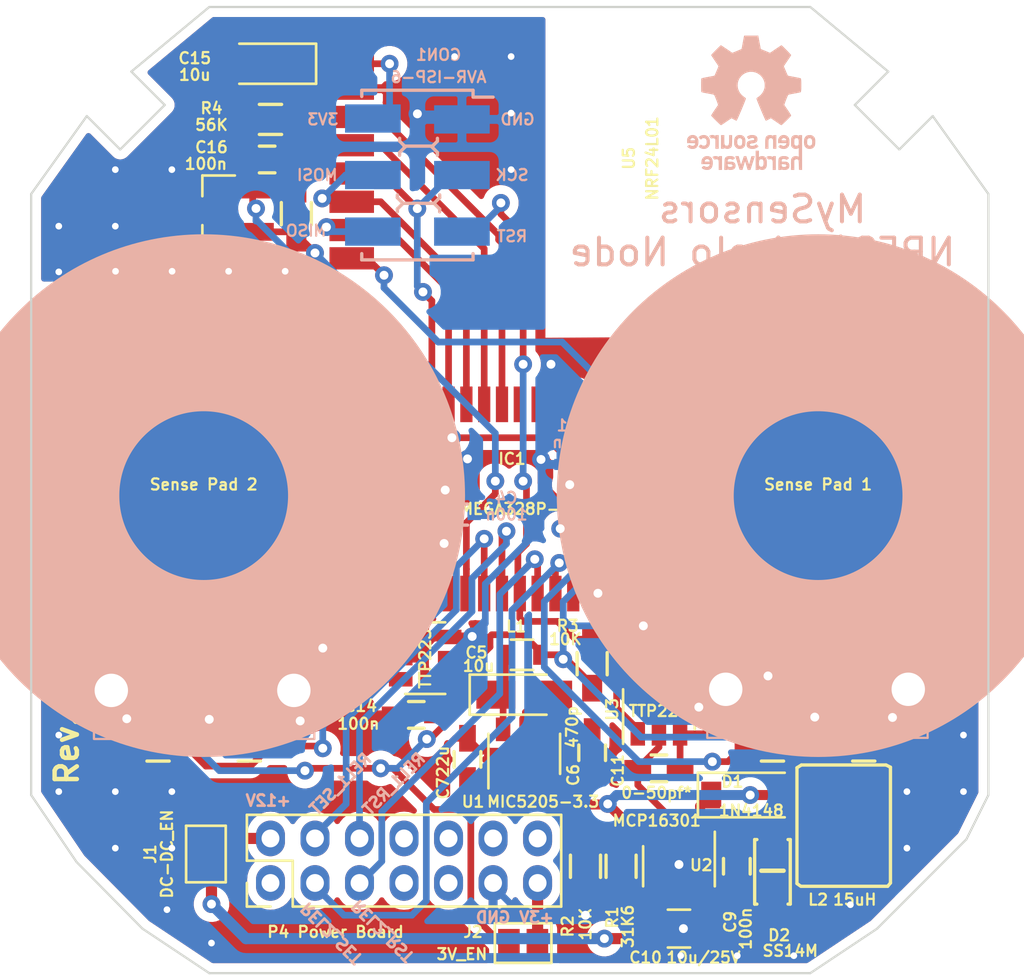
<source format=kicad_pcb>
(kicad_pcb (version 20170123) (host pcbnew no-vcs-found-3ac87f6~59~ubuntu16.04.1)
  (layers (0 F.Cu signal) (31 B.Cu signal) (34 B.Paste user) (35 F.Paste user) (36 B.SilkS user) (37 F.SilkS user) (38 B.Mask user) (39 F.Mask user) (44 Edge.Cuts user))
  (net 0 "")
  (net 1 +3V3)
  (net 2 GND)
  (net 3 "Net-(C4-Pad2)")
  (net 4 "Net-(C6-Pad1)")
  (net 5 "Net-(C7-Pad1)")
  (net 6 /RESET)
  (net 7 "Net-(C9-Pad2)")
  (net 8 "Net-(C9-Pad1)")
  (net 9 /12Vcc)
  (net 10 "Net-(C11-Pad1)")
  (net 11 "Net-(C12-Pad1)")
  (net 12 /MISO)
  (net 13 /SCK)
  (net 14 /MOSI)
  (net 15 "Net-(D3-Pad2)")
  (net 16 "Net-(D4-Pad1)")
  (net 17 "Net-(D5-Pad1)")
  (net 18 "Net-(D6-Pad2)")
  (net 19 /TS2)
  (net 20 /S2_LEDs)
  (net 21 /TS1)
  (net 22 /S1_LEDs)
  (net 23 "Net-(R1-Pad1)")
  (net 24 /Relay2_Reset)
  (net 25 /Relay1_Reset)
  (net 26 /Relay2_Set)
  (net 27 /Relay1_Set)
  (net 28 /ATSHA204A)
  (net 29 "Net-(C5-Pad1)")
  (net 30 /RADIO_IRQ)
  (net 31 "Net-(IC1-Pad25)")
  (net 32 "Net-(IC1-Pad22)")
  (net 33 "Net-(IC1-Pad19)")
  (net 34 /RADIO_CSN)
  (net 35 /RADIO_CE)
  (net 36 "Net-(IC1-Pad12)")
  (net 37 "Net-(IC1-Pad11)")
  (net 38 "Net-(IC1-Pad10)")
  (net 39 "Net-(IC1-Pad9)")
  (net 40 "Net-(IC1-Pad8)")
  (net 41 "Net-(IC1-Pad7)")
  (net 42 "Net-(P4-Pad14)")
  (net 43 "Net-(P4-Pad12)")
  (net 44 "Net-(P4-Pad10)")
  (net 45 "Net-(P4-Pad9)")
  (net 46 "Net-(P4-Pad8)")
  (net 47 "Net-(P4-Pad7)")
  (net 48 "Net-(P4-Pad1)")
  (net 49 "Net-(J1-Pad2)")
  (net 50 "Net-(J2-Pad1)")
  (module Pin_Headers:Pin_Header_Straight_2x07_Pitch2.00mm (layer F.Cu) (at 131.65 109.55 90)
    (fp_text reference P4 (at -2.2 0.35 180) (layer F.SilkS) (effects (font (size 0.5 0.5) (thickness 0.1))))
    (fp_text value "Power Board" (at -2.2 3.6 180) (layer F.SilkS) (effects (font (size 0.5 0.5) (thickness 0.1))))
    (pad 14 thru_hole oval (at 2 12 90) (size 1.6 1.3) (drill 0.8) (layers *.Cu *.Mask) (net 42 "Net-(P4-Pad14)"))
    (pad 13 thru_hole oval (at 0 12 90) (size 1.6 1.3) (drill 0.8) (layers *.Cu *.Mask) (net 50 "Net-(J2-Pad1)"))
    (pad 12 thru_hole oval (at 2 10 90) (size 1.6 1.3) (drill 0.8) (layers *.Cu *.Mask) (net 43 "Net-(P4-Pad12)"))
    (pad 11 thru_hole oval (at 0 10 90) (size 1.6 1.3) (drill 0.8) (layers *.Cu *.Mask) (net 2 GND))
    (pad 10 thru_hole oval (at 2 8 90) (size 1.6 1.3) (drill 0.8) (layers *.Cu *.Mask) (net 44 "Net-(P4-Pad10)"))
    (pad 9 thru_hole oval (at 0 8 90) (size 1.6 1.3) (drill 0.8) (layers *.Cu *.Mask) (net 45 "Net-(P4-Pad9)"))
    (pad 8 thru_hole oval (at 2 6 90) (size 1.6 1.3) (drill 0.8) (layers *.Cu *.Mask) (net 46 "Net-(P4-Pad8)"))
    (pad 7 thru_hole oval (at 0 6 90) (size 1.6 1.3) (drill 0.8) (layers *.Cu *.Mask) (net 47 "Net-(P4-Pad7)"))
    (pad 6 thru_hole oval (at 2 4 90) (size 1.6 1.3) (drill 0.8) (layers *.Cu *.Mask) (net 25 /Relay1_Reset))
    (pad 5 thru_hole oval (at 0 4 90) (size 1.6 1.3) (drill 0.8) (layers *.Cu *.Mask) (net 26 /Relay2_Set))
    (pad 4 thru_hole oval (at 2 2 90) (size 1.6 1.3) (drill 0.8) (layers *.Cu *.Mask) (net 27 /Relay1_Set))
    (pad 3 thru_hole oval (at 0 2 90) (size 1.6 1.3) (drill 0.8) (layers *.Cu *.Mask) (net 24 /Relay2_Reset))
    (pad 2 thru_hole oval (at 2 0 90) (size 1.6 1.3) (drill 0.8) (layers *.Cu *.Mask) (net 49 "Net-(J1-Pad2)"))
    (pad 1 thru_hole oval (at 0 0 90) (size 1.6 1.3) (drill 0.8) (layers *.Cu *.Mask) (net 48 "Net-(P4-Pad1)"))
  )
  (module Symbols:OSHW-Logo_5.7x6mm_SilkScreen (layer B.Cu) (at 153.25 74.5 180)
    (fp_text reference REF*** hide)
    (fp_text value OSHW-Logo_5.7x6mm_SilkScreen hide)
  )
  (module myfootprints:Livolo_EU_SW_2_Channel_1Way_Frame_VL-C702X-2_Ver_C1 (layer B.Cu) (at 142.3 92 180)
    (fp_text reference REF** hide)
    (fp_text value Livolo_EU_SW_2Ways_Frame_VL-C702X-2_Ver_C1 hide)
  )
  (module Capacitors_SMD:C_0805 (layer F.Cu) (at 150 111.6)
    (fp_text reference C10 (at -1.5 1.3) (layer F.SilkS) (effects (font (size 0.5 0.5) (thickness 0.1))))
    (fp_text value 10u/25V (at 1.1 1.3) (layer F.SilkS) (effects (font (size 0.5 0.5) (thickness 0.1))))
    (pad 1 smd rect (at -1 0) (size 1 1.25) (layers F.Cu F.Paste F.Mask) (net 9 /12Vcc))
    (pad 2 smd rect (at 1 0) (size 1 1.25) (layers F.Cu F.Paste F.Mask) (net 2 GND))
  )
  (module myfootprints:VLCF4020T-150MR68 (layer F.Cu) (at 157.4 107.1)
    (fp_text reference L2 (at -1.15 3.2 -180) (layer F.SilkS) (effects (font (size 0.5 0.5) (thickness 0.1))))
    (fp_text value 15uH (at 0.5 3.2 -180) (layer F.SilkS) (effects (font (size 0.5 0.5) (thickness 0.1))))
    (pad 1 smd rect (at 0 -1.75) (size 4 2) (layers F.Cu F.Paste F.Mask) (net 5 "Net-(C7-Pad1)"))
    (pad 2 smd rect (at 0 1.5) (size 4 2) (layers F.Cu F.Paste F.Mask) (net 7 "Net-(C9-Pad2)"))
  )
  (module myfootprints:SS14M (layer F.Cu) (at 154.2 109.3 270)
    (fp_text reference D2 (at 2.6 -0.3) (layer F.SilkS) (effects (font (size 0.5 0.5) (thickness 0.1))))
    (fp_text value SS14M (at 3.3 -0.8) (layer F.SilkS) (effects (font (size 0.5 0.5) (thickness 0.1))))
    (pad 1 smd rect (at -1.5 0 270) (size 2 1.2) (layers F.Cu F.Paste F.Mask) (net 7 "Net-(C9-Pad2)"))
    (pad 2 smd rect (at 1.5 0 270) (size 1.4 1.2) (layers F.Cu F.Paste F.Mask) (net 2 GND))
  )
  (module Resistors_SMD:R_0603_HandSoldering (layer F.Cu) (at 145.8 108.8 90)
    (fp_text reference R2 (at -2.7 -0.8 90) (layer F.SilkS) (effects (font (size 0.5 0.5) (thickness 0.1))))
    (fp_text value 10K (at -2.6 0 90) (layer F.SilkS) (effects (font (size 0.5 0.5) (thickness 0.1))))
    (pad 2 smd rect (at 1.1 0 90) (size 1.2 0.9) (layers F.Cu F.Paste F.Mask) (net 23 "Net-(R1-Pad1)"))
    (pad 1 smd rect (at -1.1 0 90) (size 1.2 0.9) (layers F.Cu F.Paste F.Mask) (net 2 GND))
  )
  (module TO_SOT_Packages_SMD:SOT-23-6 (layer F.Cu) (at 150 108.8 270)
    (fp_text reference U2 (at -0.05 -1 180) (layer F.SilkS) (effects (font (size 0.5 0.5) (thickness 0.1))))
    (fp_text value MCP16301 (at -2.05 1 180) (layer F.SilkS) (effects (font (size 0.5 0.5) (thickness 0.1))))
    (pad 5 smd rect (at 1.1 0 270) (size 1.06 0.65) (layers F.Cu F.Paste F.Mask) (net 9 /12Vcc))
    (pad 6 smd rect (at 1.1 -0.95 270) (size 1.06 0.65) (layers F.Cu F.Paste F.Mask) (net 7 "Net-(C9-Pad2)"))
    (pad 4 smd rect (at 1.1 0.95 270) (size 1.06 0.65) (layers F.Cu F.Paste F.Mask) (net 9 /12Vcc))
    (pad 3 smd rect (at -1.1 0.95 270) (size 1.06 0.65) (layers F.Cu F.Paste F.Mask) (net 23 "Net-(R1-Pad1)"))
    (pad 2 smd rect (at -1.1 0 270) (size 1.06 0.65) (layers F.Cu F.Paste F.Mask) (net 2 GND))
    (pad 1 smd rect (at -1.1 -0.95 270) (size 1.06 0.65) (layers F.Cu F.Paste F.Mask) (net 8 "Net-(C9-Pad1)"))
  )
  (module myfootprints:AVR_ISP_SMT_Small_02x03 (layer B.Cu) (at 138.25 77.75 270)
    (fp_text reference CON1 (at -5.4 -0.95) (layer B.SilkS) (effects (font (size 0.5 0.5) (thickness 0.1)) (justify mirror)))
    (fp_text value AVR-ISP-6 (at -4.4 -0.95 180) (layer B.SilkS) (effects (font (size 0.5 0.5) (thickness 0.1)) (justify mirror)))
    (pad 2 smd rect (at -2.54 2 270) (size 1.27 2.5) (layers B.Cu B.Paste B.Mask) (net 1 +3V3))
    (pad 4 smd rect (at 0 2 270) (size 1.27 2.5) (layers B.Cu B.Paste B.Mask) (net 14 /MOSI))
    (pad 6 smd rect (at 2.54 2 270) (size 1.27 2.5) (layers B.Cu B.Paste B.Mask) (net 12 /MISO))
    (pad 5 smd rect (at 2.54 -2 270) (size 1.27 2.5) (layers B.Cu B.Paste B.Mask) (net 6 /RESET))
    (pad 3 smd rect (at 0 -2 270) (size 1.27 2.5) (layers B.Cu B.Paste B.Mask) (net 13 /SCK))
    (pad 1 smd rect (at -2.5 -2 270) (size 1.27 2.5) (layers B.Cu B.Paste B.Mask) (net 2 GND))
  )
  (module Capacitors_Tantalum_SMD:CP_Tantalum_Case-R_EIA-2012-12_Wave (layer F.Cu) (at 143.05 101.092)
    (fp_text reference C5 (at -2.15 -1.892) (layer F.SilkS) (effects (font (size 0.5 0.5) (thickness 0.1))))
    (fp_text value 10u (at -2.05 -1.292) (layer F.SilkS) (effects (font (size 0.5 0.5) (thickness 0.1))))
    (pad 1 smd rect (at -1.275 0) (size 1.75 1.26) (layers F.Cu F.Paste F.Mask) (net 29 "Net-(C5-Pad1)"))
    (pad 2 smd rect (at 1.275 0) (size 1.75 1.26) (layers F.Cu F.Paste F.Mask) (net 2 GND))
  )
  (module myfootprints:touch_pad_16mm (layer F.Cu) (at 156.25 92.15)
    (fp_text reference P1 hide)
    (fp_text value "Sense Pad 1" (at 0 -0.5) (layer F.SilkS) (effects (font (size 0.5 0.5) (thickness 0.1))))
    (pad 1 smd circle (at 0 0) (size 15.5 15.5) (layers B.Cu) (net 10 "Net-(C11-Pad1)"))
  )
  (module myfootprints:touch_pad_16mm (layer F.Cu) (at 128.65 92.15)
    (fp_text reference P2 hide)
    (fp_text value "Sense Pad 2" (at 0 -0.5) (layer F.SilkS) (effects (font (size 0.5 0.5) (thickness 0.1))))
    (pad 1 smd circle (at 0 0) (size 15.5 15.5) (layers B.Cu) (net 11 "Net-(C12-Pad1)"))
  )
  (module Resistors_SMD:R_0603_HandSoldering (layer F.Cu) (at 132.812 79.484 270)
    (fp_text reference R10 (at 2.766 0.312 270) (layer F.SilkS) (effects (font (size 0.5 0.5) (thickness 0.1))))
    (fp_text value 1K (at 2.766 -0.438 270) (layer F.SilkS) (effects (font (size 0.5 0.5) (thickness 0.1))))
    (pad 1 smd rect (at -1.1 0 270) (size 1.2 0.9) (layers F.Cu F.Paste F.Mask) (net 1 +3V3))
    (pad 2 smd rect (at 1.1 0 270) (size 1.2 0.9) (layers F.Cu F.Paste F.Mask) (net 28 /ATSHA204A))
  )
  (module myfootprints:hole_1.5mm (layer F.Cu) (at 152.1 100.85)
    (fp_text reference REF** hide)
    (fp_text value hole_1.5mm hide)
    (pad "" np_thru_hole circle (at 0 0) (size 1.5 1.5) (drill 1.5) (layers *.Cu *.Mask))
  )
  (module myfootprints:hole_1.5mm (layer F.Cu) (at 160.3 100.85)
    (fp_text reference REF** hide)
    (fp_text value hole_1.5mm hide)
    (pad "" np_thru_hole circle (at 0 0) (size 1.5 1.5) (drill 1.5) (layers *.Cu *.Mask))
  )
  (module myfootprints:hole_1.5mm (layer F.Cu) (at 132.7 100.9)
    (fp_text reference REF** hide)
    (fp_text value hole_1.5mm hide)
    (pad "" np_thru_hole circle (at 0 0) (size 1.5 1.5) (drill 1.5) (layers *.Cu *.Mask))
  )
  (module myfootprints:hole_1.5mm (layer F.Cu) (at 124.5 100.9)
    (fp_text reference REF** hide)
    (fp_text value hole_1.5mm hide)
    (pad "" np_thru_hole circle (at 0 0) (size 1.5 1.5) (drill 1.5) (layers *.Cu *.Mask))
  )
  (module Capacitors_SMD:C_0402 (layer B.Cu) (at 140.25 93 180)
    (fp_text reference C4 (at -2 0.75) (layer B.SilkS) (effects (font (size 0.5 0.5) (thickness 0.1)) (justify mirror)))
    (fp_text value 100n (at -2 0) (layer B.SilkS) (effects (font (size 0.5 0.5) (thickness 0.1)) (justify mirror)))
    (pad 1 smd rect (at -0.55 0 180) (size 0.6 0.5) (layers B.Cu B.Paste B.Mask) (net 2 GND))
    (pad 2 smd rect (at 0.55 0 180) (size 0.6 0.5) (layers B.Cu B.Paste B.Mask) (net 3 "Net-(C4-Pad2)"))
  )
  (module Capacitors_SMD:C_0402 (layer B.Cu) (at 139 90.75 180)
    (fp_text reference C2 (at 0.5 1.75 180) (layer B.SilkS) (effects (font (size 0.5 0.5) (thickness 0.1)) (justify mirror)))
    (fp_text value 100n (at 0.75 1 180) (layer B.SilkS) (effects (font (size 0.5 0.5) (thickness 0.1)) (justify mirror)))
    (pad 1 smd rect (at -0.55 0 180) (size 0.6 0.5) (layers B.Cu B.Paste B.Mask) (net 2 GND))
    (pad 2 smd rect (at 0.55 0 180) (size 0.6 0.5) (layers B.Cu B.Paste B.Mask) (net 1 +3V3))
  )
  (module Capacitors_SMD:C_0402 (layer B.Cu) (at 145.25 90.75 180)
    (fp_text reference C1 (at 0.25 1.75 180) (layer B.SilkS) (effects (font (size 0.5 0.5) (thickness 0.1)) (justify mirror)))
    (fp_text value 100n (at 0 1 180) (layer B.SilkS) (effects (font (size 0.5 0.5) (thickness 0.1)) (justify mirror)))
    (pad 1 smd rect (at -0.55 0 180) (size 0.6 0.5) (layers B.Cu B.Paste B.Mask) (net 1 +3V3))
    (pad 2 smd rect (at 0.55 0 180) (size 0.6 0.5) (layers B.Cu B.Paste B.Mask) (net 2 GND))
  )
  (module Capacitors_SMD:C_0603_HandSoldering (layer F.Cu) (at 140.5 104 90)
    (fp_text reference C7 (at -1.3 -1.1 90) (layer F.SilkS) (effects (font (size 0.5 0.5) (thickness 0.1))))
    (fp_text value 22u (at -0.1 -1.1 270) (layer F.SilkS) (effects (font (size 0.5 0.5) (thickness 0.1))))
    (pad 1 smd rect (at -0.95 0 90) (size 1.2 0.75) (layers F.Cu F.Paste F.Mask) (net 5 "Net-(C7-Pad1)"))
    (pad 2 smd rect (at 0.95 0 90) (size 1.2 0.75) (layers F.Cu F.Paste F.Mask) (net 2 GND))
  )
  (module Capacitors_SMD:C_0603_HandSoldering (layer F.Cu) (at 146.1 103.7 270)
    (fp_text reference C6 (at 1 0.85 270) (layer F.SilkS) (effects (font (size 0.5 0.5) (thickness 0.1))))
    (fp_text value 470p (at -1.15 0.9 270) (layer F.SilkS) (effects (font (size 0.5 0.5) (thickness 0.1))))
    (pad 2 smd rect (at 0.95 0 270) (size 1.2 0.75) (layers F.Cu F.Paste F.Mask) (net 2 GND))
    (pad 1 smd rect (at -0.95 0 270) (size 1.2 0.75) (layers F.Cu F.Paste F.Mask) (net 4 "Net-(C6-Pad1)"))
  )
  (module Capacitors_SMD:C_0603_HandSoldering (layer F.Cu) (at 152.6 108.8 270)
    (fp_text reference C9 (at 2.5 0.3 270) (layer F.SilkS) (effects (font (size 0.5 0.5) (thickness 0.1))))
    (fp_text value 100n (at 2.8 -0.4 90) (layer F.SilkS) (effects (font (size 0.5 0.5) (thickness 0.1))))
    (pad 2 smd rect (at 0.95 0 270) (size 1.2 0.75) (layers F.Cu F.Paste F.Mask) (net 7 "Net-(C9-Pad2)"))
    (pad 1 smd rect (at -0.95 0 270) (size 1.2 0.75) (layers F.Cu F.Paste F.Mask) (net 8 "Net-(C9-Pad1)"))
  )
  (module Capacitors_SMD:C_0603_HandSoldering (layer F.Cu) (at 149.1 104.4 180)
    (fp_text reference C11 (at 1.85 -0.1 270) (layer F.SilkS) (effects (font (size 0.5 0.5) (thickness 0.1))))
    (fp_text value 0-50pf* (at 0.1 -1.1 180) (layer F.SilkS) (effects (font (size 0.5 0.5) (thickness 0.1))))
    (pad 1 smd rect (at -0.95 0 180) (size 1.2 0.75) (layers F.Cu F.Paste F.Mask) (net 10 "Net-(C11-Pad1)"))
    (pad 2 smd rect (at 0.95 0 180) (size 1.2 0.75) (layers F.Cu F.Paste F.Mask) (net 2 GND))
  )
  (module Capacitors_SMD:C_0603_HandSoldering (layer F.Cu) (at 136 99.35 90)
    (fp_text reference C12 (at -1.15 -1 90) (layer F.SilkS) (effects (font (size 0.5 0.5) (thickness 0.1))))
    (fp_text value 0-50pf* (at 2.35 -1 90) (layer F.SilkS) (effects (font (size 0.5 0.5) (thickness 0.1))))
    (pad 1 smd rect (at -0.95 0 90) (size 1.2 0.75) (layers F.Cu F.Paste F.Mask) (net 11 "Net-(C12-Pad1)"))
    (pad 2 smd rect (at 0.95 0 90) (size 1.2 0.75) (layers F.Cu F.Paste F.Mask) (net 2 GND))
  )
  (module Capacitors_SMD:C_0603_HandSoldering (layer F.Cu) (at 149.2 99.1 180)
    (fp_text reference C13 (at -0.925 1.825 180) (layer F.SilkS) (effects (font (size 0.5 0.5) (thickness 0.1))))
    (fp_text value 100n (at -1.125 1.075 180) (layer F.SilkS) (effects (font (size 0.5 0.5) (thickness 0.1))))
    (pad 2 smd rect (at 0.95 0 180) (size 1.2 0.75) (layers F.Cu F.Paste F.Mask) (net 2 GND))
    (pad 1 smd rect (at -0.95 0 180) (size 1.2 0.75) (layers F.Cu F.Paste F.Mask) (net 1 +3V3))
  )
  (module Capacitors_SMD:C_0603_HandSoldering (layer F.Cu) (at 138.2 102 180)
    (fp_text reference C14 (at 2.5 0.4) (layer F.SilkS) (effects (font (size 0.5 0.5) (thickness 0.1))))
    (fp_text value 100n (at 2.6 -0.4 180) (layer F.SilkS) (effects (font (size 0.5 0.5) (thickness 0.1))))
    (pad 2 smd rect (at 0.95 0 180) (size 1.2 0.75) (layers F.Cu F.Paste F.Mask) (net 2 GND))
    (pad 1 smd rect (at -0.95 0 180) (size 1.2 0.75) (layers F.Cu F.Paste F.Mask) (net 1 +3V3))
  )
  (module Diodes_SMD:SOD-123 (layer F.Cu) (at 153.1 105.6)
    (fp_text reference D1 (at -0.7 -0.6 180) (layer F.SilkS) (effects (font (size 0.5 0.5) (thickness 0.1))))
    (fp_text value 1N4148 (at 0.15 0.7) (layer F.SilkS) (effects (font (size 0.5 0.5) (thickness 0.1))))
    (pad 2 smd rect (at 1.65 0) (size 0.9 1.2) (layers F.Cu F.Paste F.Mask) (net 5 "Net-(C7-Pad1)"))
    (pad 1 smd rect (at -1.65 0) (size 0.9 1.2) (layers F.Cu F.Paste F.Mask) (net 8 "Net-(C9-Pad1)"))
  )
  (module Diodes_SMD:D_0603 (layer B.Cu) (at 130.5 102.15 180)
    (fp_text reference D3 (at -0.9 1.05 180) (layer B.SilkS) (effects (font (size 0.5 0.5) (thickness 0.1)) (justify mirror)))
    (fp_text value Blue (at 0.6 1.05 180) (layer B.SilkS) (effects (font (size 0.5 0.5) (thickness 0.1)) (justify mirror)))
    (pad 2 smd rect (at 0.85 0 180) (size 0.6 0.8) (layers B.Cu B.Paste B.Mask) (net 15 "Net-(D3-Pad2)"))
    (pad 1 smd rect (at -0.85 0 180) (size 0.6 0.8) (layers B.Cu B.Paste B.Mask) (net 2 GND))
  )
  (module Diodes_SMD:D_0603 (layer B.Cu) (at 126.85 102.15)
    (fp_text reference D4 (at 0.9 -1.05) (layer B.SilkS) (effects (font (size 0.5 0.5) (thickness 0.1)) (justify mirror)))
    (fp_text value Red (at -0.6 -1.05) (layer B.SilkS) (effects (font (size 0.5 0.5) (thickness 0.1)) (justify mirror)))
    (pad 1 smd rect (at -0.85 0) (size 0.6 0.8) (layers B.Cu B.Paste B.Mask) (net 16 "Net-(D4-Pad1)"))
    (pad 2 smd rect (at 0.85 0) (size 0.6 0.8) (layers B.Cu B.Paste B.Mask) (net 1 +3V3))
  )
  (module Diodes_SMD:D_0603 (layer B.Cu) (at 157.95 102.15 180)
    (fp_text reference D5 (at -0.85 1.05 180) (layer B.SilkS) (effects (font (size 0.5 0.5) (thickness 0.1)) (justify mirror)))
    (fp_text value Red (at 0.65 1.05 180) (layer B.SilkS) (effects (font (size 0.5 0.5) (thickness 0.1)) (justify mirror)))
    (pad 1 smd rect (at -0.85 0 180) (size 0.6 0.8) (layers B.Cu B.Paste B.Mask) (net 17 "Net-(D5-Pad1)"))
    (pad 2 smd rect (at 0.85 0 180) (size 0.6 0.8) (layers B.Cu B.Paste B.Mask) (net 1 +3V3))
  )
  (module Diodes_SMD:D_0603 (layer B.Cu) (at 154.6 102.15)
    (fp_text reference D6 (at 1 -1.05) (layer B.SilkS) (effects (font (size 0.5 0.5) (thickness 0.1)) (justify mirror)))
    (fp_text value Blue (at -0.6 -1.05) (layer B.SilkS) (effects (font (size 0.5 0.5) (thickness 0.1)) (justify mirror)))
    (pad 2 smd rect (at 0.85 0) (size 0.6 0.8) (layers B.Cu B.Paste B.Mask) (net 18 "Net-(D6-Pad2)"))
    (pad 1 smd rect (at -0.85 0) (size 0.6 0.8) (layers B.Cu B.Paste B.Mask) (net 2 GND))
  )
  (module Housings_QFP:TQFP-32_7x7mm_Pitch0.8mm (layer F.Cu) (at 142.45 92.3 180)
    (fp_text reference IC1 (at -0.05 1.8) (layer F.SilkS) (effects (font (size 0.5 0.5) (thickness 0.1))))
    (fp_text value ATMEGA328P-AU (at -0.05 -0.45) (layer F.SilkS) (effects (font (size 0.5 0.5) (thickness 0.1))))
    (pad 32 smd rect (at -2.8 -4.25 270) (size 1.6 0.55) (layers F.Cu F.Paste F.Mask) (net 30 /RADIO_IRQ))
    (pad 31 smd rect (at -2 -4.25 270) (size 1.6 0.55) (layers F.Cu F.Paste F.Mask) (net 24 /Relay2_Reset))
    (pad 30 smd rect (at -1.2 -4.25 270) (size 1.6 0.55) (layers F.Cu F.Paste F.Mask) (net 26 /Relay2_Set))
    (pad 29 smd rect (at -0.4 -4.25 270) (size 1.6 0.55) (layers F.Cu F.Paste F.Mask) (net 6 /RESET))
    (pad 28 smd rect (at 0.4 -4.25 270) (size 1.6 0.55) (layers F.Cu F.Paste F.Mask) (net 25 /Relay1_Reset))
    (pad 27 smd rect (at 1.2 -4.25 270) (size 1.6 0.55) (layers F.Cu F.Paste F.Mask) (net 27 /Relay1_Set))
    (pad 26 smd rect (at 2 -4.25 270) (size 1.6 0.55) (layers F.Cu F.Paste F.Mask) (net 28 /ATSHA204A))
    (pad 25 smd rect (at 2.8 -4.25 270) (size 1.6 0.55) (layers F.Cu F.Paste F.Mask) (net 31 "Net-(IC1-Pad25)"))
    (pad 24 smd rect (at 4.25 -2.8 180) (size 1.6 0.55) (layers F.Cu F.Paste F.Mask) (net 19 /TS2))
    (pad 23 smd rect (at 4.25 -2 180) (size 1.6 0.55) (layers F.Cu F.Paste F.Mask) (net 20 /S2_LEDs))
    (pad 22 smd rect (at 4.25 -1.2 180) (size 1.6 0.55) (layers F.Cu F.Paste F.Mask) (net 32 "Net-(IC1-Pad22)"))
    (pad 21 smd rect (at 4.25 -0.4 180) (size 1.6 0.55) (layers F.Cu F.Paste F.Mask) (net 2 GND))
    (pad 20 smd rect (at 4.25 0.4 180) (size 1.6 0.55) (layers F.Cu F.Paste F.Mask) (net 3 "Net-(C4-Pad2)"))
    (pad 19 smd rect (at 4.25 1.2 180) (size 1.6 0.55) (layers F.Cu F.Paste F.Mask) (net 33 "Net-(IC1-Pad19)"))
    (pad 18 smd rect (at 4.25 2 180) (size 1.6 0.55) (layers F.Cu F.Paste F.Mask) (net 1 +3V3))
    (pad 17 smd rect (at 4.25 2.8 180) (size 1.6 0.55) (layers F.Cu F.Paste F.Mask) (net 13 /SCK))
    (pad 16 smd rect (at 2.8 4.25 270) (size 1.6 0.55) (layers F.Cu F.Paste F.Mask) (net 12 /MISO))
    (pad 15 smd rect (at 2 4.25 270) (size 1.6 0.55) (layers F.Cu F.Paste F.Mask) (net 14 /MOSI))
    (pad 14 smd rect (at 1.2 4.25 270) (size 1.6 0.55) (layers F.Cu F.Paste F.Mask) (net 34 /RADIO_CSN))
    (pad 13 smd rect (at 0.4 4.25 270) (size 1.6 0.55) (layers F.Cu F.Paste F.Mask) (net 35 /RADIO_CE))
    (pad 12 smd rect (at -0.4 4.25 270) (size 1.6 0.55) (layers F.Cu F.Paste F.Mask) (net 36 "Net-(IC1-Pad12)"))
    (pad 11 smd rect (at -1.2 4.25 270) (size 1.6 0.55) (layers F.Cu F.Paste F.Mask) (net 37 "Net-(IC1-Pad11)"))
    (pad 10 smd rect (at -2 4.25 270) (size 1.6 0.55) (layers F.Cu F.Paste F.Mask) (net 38 "Net-(IC1-Pad10)"))
    (pad 9 smd rect (at -2.8 4.25 270) (size 1.6 0.55) (layers F.Cu F.Paste F.Mask) (net 39 "Net-(IC1-Pad9)"))
    (pad 8 smd rect (at -4.25 2.8 180) (size 1.6 0.55) (layers F.Cu F.Paste F.Mask) (net 40 "Net-(IC1-Pad8)"))
    (pad 7 smd rect (at -4.25 2 180) (size 1.6 0.55) (layers F.Cu F.Paste F.Mask) (net 41 "Net-(IC1-Pad7)"))
    (pad 6 smd rect (at -4.25 1.2 180) (size 1.6 0.55) (layers F.Cu F.Paste F.Mask) (net 1 +3V3))
    (pad 5 smd rect (at -4.25 0.4 180) (size 1.6 0.55) (layers F.Cu F.Paste F.Mask) (net 2 GND))
    (pad 4 smd rect (at -4.25 -0.4 180) (size 1.6 0.55) (layers F.Cu F.Paste F.Mask) (net 1 +3V3))
    (pad 3 smd rect (at -4.25 -1.2 180) (size 1.6 0.55) (layers F.Cu F.Paste F.Mask) (net 2 GND))
    (pad 2 smd rect (at -4.25 -2 180) (size 1.6 0.55) (layers F.Cu F.Paste F.Mask) (net 22 /S1_LEDs))
    (pad 1 smd rect (at -4.25 -2.8 180) (size 1.6 0.55) (layers F.Cu F.Paste F.Mask) (net 21 /TS1))
  )
  (module Resistors_SMD:R_0603_HandSoldering (layer F.Cu) (at 147.4 108.8 90)
    (fp_text reference R1 (at -2.3 -0.4 90) (layer F.SilkS) (effects (font (size 0.5 0.5) (thickness 0.1))))
    (fp_text value 31K6 (at -2.7 0.3 90) (layer F.SilkS) (effects (font (size 0.5 0.5) (thickness 0.1))))
    (pad 1 smd rect (at -1.1 0 90) (size 1.2 0.9) (layers F.Cu F.Paste F.Mask) (net 23 "Net-(R1-Pad1)"))
    (pad 2 smd rect (at 1.1 0 90) (size 1.2 0.9) (layers F.Cu F.Paste F.Mask) (net 5 "Net-(C7-Pad1)"))
  )
  (module Resistors_SMD:R_0603_HandSoldering (layer F.Cu) (at 146.1 99.7 90)
    (fp_text reference R3 (at 1.7 -1.1 180) (layer F.SilkS) (effects (font (size 0.5 0.5) (thickness 0.1))))
    (fp_text value 10K (at 1.1 -1.2) (layer F.SilkS) (effects (font (size 0.5 0.5) (thickness 0.1))))
    (pad 1 smd rect (at -1.1 0 90) (size 1.2 0.9) (layers F.Cu F.Paste F.Mask) (net 1 +3V3))
    (pad 2 smd rect (at 1.1 0 90) (size 1.2 0.9) (layers F.Cu F.Paste F.Mask) (net 6 /RESET))
  )
  (module Resistors_SMD:R_0603_HandSoldering (layer F.Cu) (at 131.65 75.25 180)
    (fp_text reference R4 (at 2.65 0.5) (layer F.SilkS) (effects (font (size 0.5 0.5) (thickness 0.1))))
    (fp_text value 56K (at 2.65 -0.25) (layer F.SilkS) (effects (font (size 0.5 0.5) (thickness 0.1))))
    (pad 2 smd rect (at 1.1 0 180) (size 1.2 0.9) (layers F.Cu F.Paste F.Mask) (net 1 +3V3))
    (pad 1 smd rect (at -1.1 0 180) (size 1.2 0.9) (layers F.Cu F.Paste F.Mask) (net 34 /RADIO_CSN))
  )
  (module Resistors_SMD:R_0603_HandSoldering (layer F.Cu) (at 154.2 103.4 180)
    (fp_text reference R5 (at 0.9 1.2 180) (layer F.SilkS) (effects (font (size 0.5 0.5) (thickness 0.1))))
    (fp_text value 1K* (at -0.7 1.2 180) (layer F.SilkS) (effects (font (size 0.5 0.5) (thickness 0.1))))
    (pad 1 smd rect (at -1.1 0 180) (size 1.2 0.9) (layers F.Cu F.Paste F.Mask) (net 18 "Net-(D6-Pad2)"))
    (pad 2 smd rect (at 1.1 0 180) (size 1.2 0.9) (layers F.Cu F.Paste F.Mask) (net 22 /S1_LEDs))
  )
  (module Resistors_SMD:R_0603_HandSoldering (layer F.Cu) (at 158.3 103.4 180)
    (fp_text reference R6 (at 1.2 1.2) (layer F.SilkS) (effects (font (size 0.5 0.5) (thickness 0.1))))
    (fp_text value 1K* (at -0.1 1.2) (layer F.SilkS) (effects (font (size 0.5 0.5) (thickness 0.1))))
    (pad 2 smd rect (at 1.1 0 180) (size 1.2 0.9) (layers F.Cu F.Paste F.Mask) (net 22 /S1_LEDs))
    (pad 1 smd rect (at -1.1 0 180) (size 1.2 0.9) (layers F.Cu F.Paste F.Mask) (net 17 "Net-(D5-Pad1)"))
  )
  (module Resistors_SMD:R_0603_HandSoldering (layer F.Cu) (at 130.7 103.4)
    (fp_text reference R7 (at -0.7 -1.2) (layer F.SilkS) (effects (font (size 0.5 0.5) (thickness 0.1))))
    (fp_text value 1K* (at 0.7 -1.2) (layer F.SilkS) (effects (font (size 0.5 0.5) (thickness 0.1))))
    (pad 1 smd rect (at -1.1 0) (size 1.2 0.9) (layers F.Cu F.Paste F.Mask) (net 15 "Net-(D3-Pad2)"))
    (pad 2 smd rect (at 1.1 0) (size 1.2 0.9) (layers F.Cu F.Paste F.Mask) (net 20 /S2_LEDs))
  )
  (module Resistors_SMD:R_0603_HandSoldering (layer F.Cu) (at 126.6 103.4)
    (fp_text reference R8 (at -0.3 -1.2 -180) (layer F.SilkS) (effects (font (size 0.5 0.5) (thickness 0.1))))
    (fp_text value 1K* (at 1 -1.2 -180) (layer F.SilkS) (effects (font (size 0.5 0.5) (thickness 0.1))))
    (pad 2 smd rect (at 1.1 0) (size 1.2 0.9) (layers F.Cu F.Paste F.Mask) (net 20 /S2_LEDs))
    (pad 1 smd rect (at -1.1 0) (size 1.2 0.9) (layers F.Cu F.Paste F.Mask) (net 16 "Net-(D4-Pad1)"))
  )
  (module TO_SOT_Packages_SMD:SOT-23-5 (layer F.Cu) (at 143.05 103.75 90)
    (fp_text reference U1 (at -2.15 -2.3 180) (layer F.SilkS) (effects (font (size 0.5 0.5) (thickness 0.1))))
    (fp_text value MIC5205-3.3 (at -2.15 0.85 180) (layer F.SilkS) (effects (font (size 0.5 0.5) (thickness 0.1))))
    (pad 5 smd rect (at 1.1 -0.95 90) (size 1.06 0.65) (layers F.Cu F.Paste F.Mask) (net 29 "Net-(C5-Pad1)"))
    (pad 4 smd rect (at 1.1 0.95 90) (size 1.06 0.65) (layers F.Cu F.Paste F.Mask) (net 4 "Net-(C6-Pad1)"))
    (pad 3 smd rect (at -1.1 0.95 90) (size 1.06 0.65) (layers F.Cu F.Paste F.Mask) (net 5 "Net-(C7-Pad1)"))
    (pad 2 smd rect (at -1.1 0 90) (size 1.06 0.65) (layers F.Cu F.Paste F.Mask) (net 2 GND))
    (pad 1 smd rect (at -1.1 -0.95 90) (size 1.06 0.65) (layers F.Cu F.Paste F.Mask) (net 5 "Net-(C7-Pad1)"))
  )
  (module TO_SOT_Packages_SMD:SOT-23-6 (layer F.Cu) (at 149.1 101.75 90)
    (fp_text reference U3 (at 0 -2.1 270) (layer F.SilkS) (effects (font (size 0.5 0.5) (thickness 0.1))))
    (fp_text value TTP223 (at -0.075 0) (layer F.SilkS) (effects (font (size 0.5 0.5) (thickness 0.1))))
    (pad 5 smd rect (at 1.1 0 90) (size 1.06 0.65) (layers F.Cu F.Paste F.Mask) (net 1 +3V3))
    (pad 6 smd rect (at 1.1 -0.95 90) (size 1.06 0.65) (layers F.Cu F.Paste F.Mask) (net 2 GND))
    (pad 4 smd rect (at 1.1 0.95 90) (size 1.06 0.65) (layers F.Cu F.Paste F.Mask) (net 1 +3V3))
    (pad 3 smd rect (at -1.1 0.95 90) (size 1.06 0.65) (layers F.Cu F.Paste F.Mask) (net 10 "Net-(C11-Pad1)"))
    (pad 2 smd rect (at -1.1 0 90) (size 1.06 0.65) (layers F.Cu F.Paste F.Mask) (net 2 GND))
    (pad 1 smd rect (at -1.1 -0.95 90) (size 1.06 0.65) (layers F.Cu F.Paste F.Mask) (net 21 /TS1))
  )
  (module TO_SOT_Packages_SMD:SOT-23-6 (layer F.Cu) (at 138.6 99.45)
    (fp_text reference U4 (at -0.05 -2) (layer F.SilkS) (effects (font (size 0.5 0.5) (thickness 0.1))))
    (fp_text value TTP223 (at 0 0.025 90) (layer F.SilkS) (effects (font (size 0.5 0.5) (thickness 0.1))))
    (pad 1 smd rect (at -1.1 -0.95) (size 1.06 0.65) (layers F.Cu F.Paste F.Mask) (net 19 /TS2))
    (pad 2 smd rect (at -1.1 0) (size 1.06 0.65) (layers F.Cu F.Paste F.Mask) (net 2 GND))
    (pad 3 smd rect (at -1.1 0.95) (size 1.06 0.65) (layers F.Cu F.Paste F.Mask) (net 11 "Net-(C12-Pad1)"))
    (pad 4 smd rect (at 1.1 0.95) (size 1.06 0.65) (layers F.Cu F.Paste F.Mask) (net 1 +3V3))
    (pad 6 smd rect (at 1.1 -0.95) (size 1.06 0.65) (layers F.Cu F.Paste F.Mask) (net 2 GND))
    (pad 5 smd rect (at 1.1 0) (size 1.06 0.65) (layers F.Cu F.Paste F.Mask) (net 1 +3V3))
  )
  (module Capacitors_SMD:C_0603_HandSoldering (layer F.Cu) (at 131.5 77.05)
    (fp_text reference C16 (at -2.5 -0.55) (layer F.SilkS) (effects (font (size 0.5 0.5) (thickness 0.1))))
    (fp_text value 100n (at -2.75 0.2) (layer F.SilkS) (effects (font (size 0.5 0.5) (thickness 0.1))))
    (pad 2 smd rect (at 0.95 0) (size 1.2 0.75) (layers F.Cu F.Paste F.Mask) (net 1 +3V3))
    (pad 1 smd rect (at -0.95 0) (size 1.2 0.75) (layers F.Cu F.Paste F.Mask) (net 2 GND))
  )
  (module TO_SOT_Packages_SMD:SOT-23_Handsoldering (layer F.Cu) (at 129.35 79.35 180)
    (fp_text reference U7 (at 2.35 -2.4) (layer F.SilkS) (effects (font (size 0.5 0.5) (thickness 0.1))))
    (fp_text value ATSHA204A (at -0.15 -2.4) (layer F.SilkS) (effects (font (size 0.5 0.5) (thickness 0.1))))
    (pad 3 smd rect (at 1.5 0 180) (size 1.9 0.8) (layers F.Cu F.Paste F.Mask) (net 2 GND))
    (pad 2 smd rect (at -1.5 0.95 180) (size 1.9 0.8) (layers F.Cu F.Paste F.Mask) (net 1 +3V3))
    (pad 1 smd rect (at -1.5 -0.95 180) (size 1.9 0.8) (layers F.Cu F.Paste F.Mask) (net 28 /ATSHA204A))
  )
  (module Resistors_SMD:R_0603 (layer F.Cu) (at 142.95 99.3 180)
    (fp_text reference L1 (at 0.266 1.27 180) (layer F.SilkS) (effects (font (size 0.5 0.5) (thickness 0.1))))
    (fp_text value BLM18HE152SN1D hide)
    (pad 2 smd rect (at 0.75 0 180) (size 0.5 0.9) (layers F.Cu F.Paste F.Mask) (net 29 "Net-(C5-Pad1)"))
    (pad 1 smd rect (at -0.75 0 180) (size 0.5 0.9) (layers F.Cu F.Paste F.Mask) (net 1 +3V3))
  )
  (module Capacitors_Tantalum_SMD:CP_Tantalum_Case-R_EIA-2012-12_Wave (layer F.Cu) (at 131.25 72.75 180)
    (fp_text reference C15 (at 3 0.25) (layer F.SilkS) (effects (font (size 0.5 0.5) (thickness 0.1))))
    (fp_text value 10u (at 3 -0.5) (layer F.SilkS) (effects (font (size 0.5 0.5) (thickness 0.1))))
    (pad 2 smd rect (at 1.275 0 180) (size 1.75 1.26) (layers F.Cu F.Paste F.Mask) (net 2 GND))
    (pad 1 smd rect (at -1.275 0 180) (size 1.75 1.26) (layers F.Cu F.Paste F.Mask) (net 1 +3V3))
  )
  (module mysensors_radios:NRF24L01-SMD (layer F.Cu) (at 144 77 270)
    (fp_text reference U5 (at 0 -3.75 270) (layer F.SilkS) (effects (font (size 0.5 0.5) (thickness 0.1))))
    (fp_text value NRF24L01 (at 0 -4.8 270) (layer F.SilkS) (effects (font (size 0.5 0.5) (thickness 0.1))))
    (pad 2 smd rect (at -4.4 8.7 270) (size 1 2) (layers F.Cu F.Paste F.Mask) (net 1 +3V3))
    (pad 1 smd rect (at -3.13 8.7 270) (size 1 2) (layers F.Cu F.Paste F.Mask) (net 2 GND))
    (pad 3 smd rect (at -1.86 8.7 270) (size 1 2) (layers F.Cu F.Paste F.Mask) (net 35 /RADIO_CE))
    (pad 4 smd rect (at -0.59 8.7 270) (size 1 2) (layers F.Cu F.Paste F.Mask) (net 34 /RADIO_CSN))
    (pad 5 smd rect (at 0.68 8.7 270) (size 1 2) (layers F.Cu F.Paste F.Mask) (net 13 /SCK))
    (pad 6 smd rect (at 1.95 8.7 270) (size 1 2) (layers F.Cu F.Paste F.Mask) (net 14 /MOSI))
    (pad 7 smd rect (at 3.22 8.7 270) (size 1 2) (layers F.Cu F.Paste F.Mask) (net 12 /MISO))
    (pad 8 smd rect (at 4.49 8.7 270) (size 1 2) (layers F.Cu F.Paste F.Mask) (net 30 /RADIO_IRQ))
  )
  (module Connectors:GS2 (layer F.Cu) (at 128.75 108.25 180)
    (fp_text reference J1 (at 2.5 0 270) (layer F.SilkS) (effects (font (size 0.5 0.5) (thickness 0.1))))
    (fp_text value DC-DC_EN (at 1.75 0 270) (layer F.SilkS) (effects (font (size 0.5 0.5) (thickness 0.1))))
    (pad 2 smd rect (at 0 0.64 180) (size 1.27 0.97) (layers F.Cu F.Paste F.Mask) (net 49 "Net-(J1-Pad2)"))
    (pad 1 smd rect (at 0 -0.64 180) (size 1.27 0.97) (layers F.Cu F.Paste F.Mask) (net 9 /12Vcc))
  )
  (module Connectors:GS2 (layer F.Cu) (at 143 112.25 270)
    (fp_text reference J2 (at -0.5 2.25) (layer F.SilkS) (effects (font (size 0.5 0.5) (thickness 0.1))))
    (fp_text value 3V_EN (at 0.5 2.75) (layer F.SilkS) (effects (font (size 0.5 0.5) (thickness 0.1))))
    (pad 1 smd rect (at 0 -0.64 270) (size 1.27 0.97) (layers F.Cu F.Paste F.Mask) (net 50 "Net-(J2-Pad1)"))
    (pad 2 smd rect (at 0 0.64 270) (size 1.27 0.97) (layers F.Cu F.Paste F.Mask) (net 1 +3V3))
  )
  (module VIA_MATRIX (layer F.Cu) (at 139.92 72.426052)
    (fp_text reference V8_1 hide)
    (fp_text value AUTO_VIA hide)
    (pad 1 thru_hole circle (at 0 0) (size 0.35 0.35) (drill 0.3) (layers *.Cu) (net 2 GND) (clearance 0.2))
  )
  (module VIA_MATRIX (layer F.Cu) (at 142.46 72.426052)
    (fp_text reference V9_1 hide)
    (fp_text value AUTO_VIA hide)
    (pad 1 thru_hole circle (at 0 0) (size 0.35 0.35) (drill 0.3) (layers *.Cu) (net 2 GND) (clearance 0.2))
  )
  (module VIA_MATRIX (layer F.Cu) (at 142.46 74.966052)
    (fp_text reference V9_2 hide)
    (fp_text value AUTO_VIA hide)
    (pad 1 thru_hole circle (at 0 0) (size 0.35 0.35) (drill 0.3) (layers *.Cu) (net 2 GND) (clearance 0.2))
  )
  (module VIA_MATRIX (layer F.Cu) (at 124.68 77.506052)
    (fp_text reference V2_3 hide)
    (fp_text value AUTO_VIA hide)
    (pad 1 thru_hole circle (at 0 0) (size 0.35 0.35) (drill 0.3) (layers *.Cu) (net 2 GND) (clearance 0.2))
  )
  (module VIA_MATRIX (layer F.Cu) (at 127.22 77.506052)
    (fp_text reference V3_3 hide)
    (fp_text value AUTO_VIA hide)
    (pad 1 thru_hole circle (at 0 0) (size 0.35 0.35) (drill 0.3) (layers *.Cu) (net 2 GND) (clearance 0.2))
  )
  (module VIA_MATRIX (layer F.Cu) (at 142.46 77.506052)
    (fp_text reference V9_3 hide)
    (fp_text value AUTO_VIA hide)
    (pad 1 thru_hole circle (at 0 0) (size 0.35 0.35) (drill 0.3) (layers *.Cu) (net 2 GND) (clearance 0.2))
  )
  (module VIA_MATRIX (layer F.Cu) (at 122.14 80.046052)
    (fp_text reference V1_4 hide)
    (fp_text value AUTO_VIA hide)
    (pad 1 thru_hole circle (at 0 0) (size 0.35 0.35) (drill 0.3) (layers *.Cu) (net 2 GND) (clearance 0.2))
  )
  (module VIA_MATRIX (layer F.Cu) (at 124.68 80.046052)
    (fp_text reference V2_4 hide)
    (fp_text value AUTO_VIA hide)
    (pad 1 thru_hole circle (at 0 0) (size 0.35 0.35) (drill 0.3) (layers *.Cu) (net 2 GND) (clearance 0.2))
  )
  (module VIA_MATRIX (layer F.Cu) (at 122.14 82.1)
    (fp_text reference V1_5 hide)
    (fp_text value AUTO_VIA hide)
    (pad 1 thru_hole circle (at 0 0) (size 0.35 0.35) (drill 0.3) (layers *.Cu) (net 2 GND) (clearance 0.2))
  )
  (module VIA_MATRIX (layer F.Cu) (at 124.69 82.072104)
    (fp_text reference V2_5 hide)
    (fp_text value AUTO_VIA hide)
    (pad 1 thru_hole circle (at 0 0) (size 0.35 0.35) (drill 0.3) (layers *.Cu) (net 2 GND) (clearance 0.2))
  )
  (module VIA_MATRIX (layer F.Cu) (at 127.23 82.072104)
    (fp_text reference V3_5 hide)
    (fp_text value AUTO_VIA hide)
    (pad 1 thru_hole circle (at 0 0) (size 0.35 0.35) (drill 0.3) (layers *.Cu) (net 2 GND) (clearance 0.2))
  )
  (module VIA_MATRIX (layer F.Cu) (at 129.77 82.072104)
    (fp_text reference V4_5 hide)
    (fp_text value AUTO_VIA hide)
    (pad 1 thru_hole circle (at 0 0) (size 0.35 0.35) (drill 0.3) (layers *.Cu) (net 2 GND) (clearance 0.2))
  )
  (module VIA_MATRIX (layer F.Cu) (at 132.31 82.072104)
    (fp_text reference V5_5 hide)
    (fp_text value AUTO_VIA hide)
    (pad 1 thru_hole circle (at 0 0) (size 0.35 0.35) (drill 0.3) (layers *.Cu) (net 2 GND) (clearance 0.2))
  )
  (module VIA_MATRIX (layer F.Cu) (at 122.14 102.906052)
    (fp_text reference V1_13 hide)
    (fp_text value AUTO_VIA hide)
    (pad 1 thru_hole circle (at 0 0) (size 0.35 0.35) (drill 0.3) (layers *.Cu) (net 2 GND) (clearance 0.2))
  )
  (module VIA_MATRIX (layer F.Cu) (at 162.78 102.906052)
    (fp_text reference V17_13 hide)
    (fp_text value AUTO_VIA hide)
    (pad 1 thru_hole circle (at 0 0) (size 0.35 0.35) (drill 0.3) (layers *.Cu) (net 2 GND) (clearance 0.2))
  )
  (module VIA_MATRIX (layer F.Cu) (at 122.14 105.446052)
    (fp_text reference V1_14 hide)
    (fp_text value AUTO_VIA hide)
    (pad 1 thru_hole circle (at 0 0) (size 0.35 0.35) (drill 0.3) (layers *.Cu) (net 2 GND) (clearance 0.2))
  )
  (module VIA_MATRIX (layer F.Cu) (at 124.68 105.446052)
    (fp_text reference V2_14 hide)
    (fp_text value AUTO_VIA hide)
    (pad 1 thru_hole circle (at 0 0) (size 0.35 0.35) (drill 0.3) (layers *.Cu) (net 2 GND) (clearance 0.2))
  )
  (module VIA_MATRIX (layer F.Cu) (at 127.22 105.446052)
    (fp_text reference V3_14 hide)
    (fp_text value AUTO_VIA hide)
    (pad 1 thru_hole circle (at 0 0) (size 0.35 0.35) (drill 0.3) (layers *.Cu) (net 2 GND) (clearance 0.2))
  )
  (module VIA_MATRIX (layer F.Cu) (at 160.24 105.446052)
    (fp_text reference V16_14 hide)
    (fp_text value AUTO_VIA hide)
    (pad 1 thru_hole circle (at 0 0) (size 0.35 0.35) (drill 0.3) (layers *.Cu) (net 2 GND) (clearance 0.2))
  )
  (module VIA_MATRIX (layer F.Cu) (at 162.78 105.446052)
    (fp_text reference V17_14 hide)
    (fp_text value AUTO_VIA hide)
    (pad 1 thru_hole circle (at 0 0) (size 0.35 0.35) (drill 0.3) (layers *.Cu) (net 2 GND) (clearance 0.2))
  )
  (module VIA_MATRIX (layer F.Cu) (at 124.68 107.986052)
    (fp_text reference V2_15 hide)
    (fp_text value AUTO_VIA hide)
    (pad 1 thru_hole circle (at 0 0) (size 0.35 0.35) (drill 0.3) (layers *.Cu) (net 2 GND) (clearance 0.2))
  )
  (module VIA_MATRIX (layer F.Cu) (at 127.22 107.986052)
    (fp_text reference V3_15 hide)
    (fp_text value AUTO_VIA hide)
    (pad 1 thru_hole circle (at 0 0) (size 0.35 0.35) (drill 0.3) (layers *.Cu) (net 2 GND) (clearance 0.2))
  )
  (module VIA_MATRIX (layer F.Cu) (at 160.24 107.986052)
    (fp_text reference V16_15 hide)
    (fp_text value AUTO_VIA hide)
    (pad 1 thru_hole circle (at 0 0) (size 0.35 0.35) (drill 0.3) (layers *.Cu) (net 2 GND) (clearance 0.2))
  )
  (module VIA_MATRIX (layer F.Cu) (at 127 110.75)
    (fp_text reference V3_16 hide)
    (fp_text value AUTO_VIA hide)
    (pad 1 thru_hole circle (at 0 0) (size 0.35 0.35) (drill 0.3) (layers *.Cu) (net 2 GND) (clearance 0.2))
  )
  (module VIA_MATRIX (layer F.Cu) (at 157.7 110.526052)
    (fp_text reference V15_16 hide)
    (fp_text value AUTO_VIA hide)
    (pad 1 thru_hole circle (at 0 0) (size 0.35 0.35) (drill 0.3) (layers *.Cu) (net 2 GND) (clearance 0.2))
  )
  (module VIA_MATRIX (layer F.Cu) (at 129 112.25)
    (fp_text reference V4_17 hide)
    (fp_text value AUTO_VIA hide)
    (pad 1 thru_hole circle (at 0 0) (size 0.35 0.35) (drill 0.3) (layers *.Cu) (net 2 GND) (clearance 0.2))
  )
  (module VIA_MATRIX (layer F.Cu) (at 150.08 112.816052)
    (fp_text reference V12_17 hide)
    (fp_text value AUTO_VIA hide)
    (pad 1 thru_hole circle (at 0 0) (size 0.35 0.35) (drill 0.3) (layers *.Cu) (net 2 GND) (clearance 0.2))
  )
  (module VIA_MATRIX (layer F.Cu) (at 152.62 112.816052)
    (fp_text reference V13_17 hide)
    (fp_text value AUTO_VIA hide)
    (pad 1 thru_hole circle (at 0 0) (size 0.35 0.35) (drill 0.3) (layers *.Cu) (net 2 GND) (clearance 0.2))
  )
  (module VIA_MATRIX (layer F.Cu) (at 155.16 112.816052)
    (fp_text reference V14_17 hide)
    (fp_text value AUTO_VIA hide)
    (pad 1 thru_hole circle (at 0 0) (size 0.35 0.35) (drill 0.3) (layers *.Cu) (net 2 GND) (clearance 0.2))
  )
  (gr_text +3V (at 143.6 111.1) (layer B.SilkS) (effects (font (size 0.5 0.5) (thickness 0.12)) (justify mirror)))
  (gr_line (start 158.90064 111.60234) (end 162.91 107.59) (layer Edge.Cuts) (width 0.1))
  (gr_line (start 157.89988 74.60216) (end 159.89886 76.60114) (layer Edge.Cuts) (width 0.1))
  (gr_line (start 125.89842 111.60234) (end 128.9007 113.60132) (layer Edge.Cuts) (width 0.1))
  (gr_line (start 163.89936 105.60032) (end 163.89936 78.60012) (layer Edge.Cuts) (width 0.1))
  (gr_line (start 126.89918 74.60216) (end 125.40058 73.10102) (layer Edge.Cuts) (width 0.1))
  (gr_line (start 155.9 70.2) (end 159.39848 73.10102) (layer Edge.Cuts) (width 0.1))
  (gr_line (start 162.91 107.59) (end 163.89936 105.60032) (layer Edge.Cuts) (width 0.1))
  (gr_line (start 120.8997 105.60032) (end 120.8997 78.60012) (layer Edge.Cuts) (width 0.1))
  (gr_line (start 123.39906 75.1) (end 124.9002 76.60114) (layer Edge.Cuts) (width 0.1))
  (gr_line (start 124.9002 76.60114) (end 126.89918 74.60216) (layer Edge.Cuts) (width 0.1))
  (gr_line (start 125.40058 73.10102) (end 128.9 70.2) (layer Edge.Cuts) (width 0.1))
  (gr_line (start 128.9 70.2) (end 155.89766 70.2) (layer Edge.Cuts) (width 0.1))
  (gr_line (start 159.89886 76.60114) (end 161.4 75.1) (layer Edge.Cuts) (width 0.1))
  (gr_line (start 122.94 108.61) (end 125.89842 111.60234) (layer Edge.Cuts) (width 0.1))
  (gr_line (start 155.89836 113.60132) (end 158.90064 111.60234) (layer Edge.Cuts) (width 0.1))
  (gr_line (start 128.9007 113.60132) (end 155.89836 113.60132) (layer Edge.Cuts) (width 0.1))
  (gr_line (start 120.8997 105.60032) (end 122.94 108.61) (layer Edge.Cuts) (width 0.1))
  (gr_line (start 159.39848 73.10102) (end 157.89988 74.60216) (layer Edge.Cuts) (width 0.1))
  (gr_line (start 120.8997 78.60012) (end 123.39906 75.1) (layer Edge.Cuts) (width 0.1))
  (gr_line (start 161.4 75.1) (end 163.89936 78.60012) (layer Edge.Cuts) (width 0.1))
  (gr_text REL1_SET (at 134.8 105.1 45) (layer B.SilkS) (effects (font (size 0.5 0.5) (thickness 0.12)) (justify mirror)))
  (gr_text REL1_RST (at 137.2 105.1 45) (layer B.SilkS) (effects (font (size 0.5 0.5) (thickness 0.12)) (justify mirror)))
  (gr_text REL2_RST (at 136.7 111.7 135) (layer B.SilkS) (effects (font (size 0.5 0.5) (thickness 0.12)) (justify mirror)))
  (gr_text REL2_SET (at 134.4 111.8 135) (layer B.SilkS) (effects (font (size 0.5 0.5) (thickness 0.12)) (justify mirror)))
  (gr_text "Rev. 0.1" (at 122.5 102 90) (layer F.SilkS) (effects (font (size 1 1) (thickness 0.2))))
  (gr_text RST (at 142.5 80.5) (layer B.SilkS) (effects (font (size 0.5 0.5) (thickness 0.1)) (justify mirror)))
  (gr_text SCK (at 142.5 77.75) (layer B.SilkS) (effects (font (size 0.5 0.5) (thickness 0.1)) (justify mirror)))
  (gr_text MISO (at 133.25 80.25) (layer B.SilkS) (effects (font (size 0.5 0.5) (thickness 0.1)) (justify mirror)))
  (gr_text GND (at 142.75 75.25) (layer B.SilkS) (effects (font (size 0.5 0.5) (thickness 0.1)) (justify mirror)))
  (gr_text MOSI (at 133.75 77.75) (layer B.SilkS) (effects (font (size 0.5 0.5) (thickness 0.1)) (justify mirror)))
  (gr_text 3V3 (at 134 75.25) (layer B.SilkS) (effects (font (size 0.5 0.5) (thickness 0.1)) (justify mirror)))
  (gr_text GND (at 141.65 111.1) (layer B.SilkS) (effects (font (size 0.5 0.5) (thickness 0.12)) (justify mirror)))
  (gr_text +12V (at 131.55 105.85) (layer B.SilkS) (effects (font (size 0.5 0.5) (thickness 0.12)) (justify mirror)))
  (gr_text "MySensors\nNRF24 Livolo Node" (at 153.75 80.25) (layer B.SilkS) (effects (font (size 1.2 1.2) (thickness 0.18)) (justify mirror)))
  (segment (start 127.7 102.15) (end 127.7 102.85) (width 0.3) (layer B.Cu) (net 1))
  (segment (start 127.7 102.85) (end 129.355729 104.505729) (width 0.3) (layer B.Cu) (net 1))
  (segment (start 129.355729 104.505729) (end 133.198282 104.505729) (width 0.3) (layer B.Cu) (net 1))
  (segment (start 142.36 112.25) (end 142 112.25) (width 0.3) (layer F.Cu) (net 1))
  (segment (start 142 112.25) (end 140.65 110.9) (width 0.3) (layer F.Cu) (net 1))
  (segment (start 140.65 110.9) (end 140.65 106.4) (width 0.3) (layer F.Cu) (net 1))
  (segment (start 140.65 106.4) (end 140.5 106.25) (width 0.3) (layer F.Cu) (net 1))
  (segment (start 140.5 106.25) (end 139 106.25) (width 0.3) (layer F.Cu) (net 1))
  (segment (start 139 106.25) (end 137.15 104.4) (width 0.3) (layer F.Cu) (net 1))
  (segment (start 137.15 104.4) (end 136.6 104.4) (width 0.3) (layer F.Cu) (net 1))
  (segment (start 145.1 98) (end 148.4 98) (width 0.3) (layer B.Cu) (net 1))
  (segment (start 144.8 97.7) (end 145.1 98) (width 0.3) (layer B.Cu) (net 1))
  (segment (start 148.965685 98) (end 148.4 98) (width 0.3) (layer F.Cu) (net 1))
  (segment (start 149.9 98.934315) (end 148.965685 98) (width 0.3) (layer F.Cu) (net 1))
  (segment (start 149.9 99.1) (end 149.9 98.934315) (width 0.3) (layer F.Cu) (net 1))
  (via (at 148.4 98) (size 0.8) (drill 0.4) (layers F.Cu B.Cu) (net 1))
  (segment (start 145.949989 92.514887) (end 145.092551 91.657449) (width 0.3) (layer B.Cu) (net 1))
  (segment (start 144.8 97.7) (end 144.8 96.912001) (width 0.3) (layer B.Cu) (net 1))
  (segment (start 144.8 96.912001) (end 145.949989 95.762012) (width 0.3) (layer B.Cu) (net 1))
  (segment (start 145.949989 95.762012) (end 145.949989 92.514887) (width 0.3) (layer B.Cu) (net 1))
  (segment (start 132.525 72.75) (end 132.525 72.975) (width 0.3) (layer F.Cu) (net 1))
  (segment (start 132.525 72.975) (end 130.55 74.95) (width 0.3) (layer F.Cu) (net 1))
  (segment (start 130.55 74.95) (end 130.55 75.25) (width 0.3) (layer F.Cu) (net 1))
  (segment (start 136.25 75.21) (end 137 75.21) (width 0.3) (layer B.Cu) (net 1))
  (segment (start 137 75.21) (end 137 72.75) (width 0.3) (layer B.Cu) (net 1))
  (segment (start 138.45 89.5) (end 138.45 87.2) (width 0.3) (layer B.Cu) (net 1))
  (segment (start 138.45 87.2) (end 131.065655 79.815655) (width 0.3) (layer B.Cu) (net 1))
  (segment (start 131.065655 79.815655) (end 131 79.815655) (width 0.3) (layer B.Cu) (net 1))
  (segment (start 131 79.815655) (end 131 79.24997) (width 0.3) (layer B.Cu) (net 1))
  (segment (start 130.99997 79.24997) (end 131 79.24997) (width 0.3) (layer F.Cu) (net 1))
  (segment (start 130.85 79.1) (end 130.99997 79.24997) (width 0.3) (layer F.Cu) (net 1))
  (segment (start 130.85 78.4) (end 130.85 79.1) (width 0.3) (layer F.Cu) (net 1))
  (via (at 131 79.24997) (size 0.8) (drill 0.4) (layers F.Cu B.Cu) (net 1))
  (segment (start 136.6 104.4) (end 133.304011 104.4) (width 0.3) (layer F.Cu) (net 1))
  (segment (start 133.304011 104.4) (end 133.198282 104.505729) (width 0.3) (layer F.Cu) (net 1))
  (via (at 133.198282 104.505729) (size 0.8) (drill 0.4) (layers F.Cu B.Cu) (net 1))
  (segment (start 141.007185 99.45) (end 139.7 99.45) (width 0.3) (layer F.Cu) (net 1))
  (segment (start 141.510903 98.479095) (end 141.510903 98.946282) (width 0.3) (layer F.Cu) (net 1))
  (segment (start 143.7 99.1) (end 142.999999 98.399999) (width 0.3) (layer F.Cu) (net 1))
  (segment (start 143.7 99.3) (end 143.7 99.1) (width 0.3) (layer F.Cu) (net 1))
  (segment (start 141.510903 98.946282) (end 141.007185 99.45) (width 0.3) (layer F.Cu) (net 1))
  (segment (start 141.589999 98.399999) (end 141.510903 98.479095) (width 0.3) (layer F.Cu) (net 1))
  (segment (start 142.999999 98.399999) (end 141.589999 98.399999) (width 0.3) (layer F.Cu) (net 1))
  (segment (start 144.9 91.464898) (end 144.9 91) (width 0.3) (layer F.Cu) (net 1))
  (segment (start 144.9 91) (end 144.9 90.4) (width 0.3) (layer F.Cu) (net 1))
  (segment (start 146.7 91.1) (end 145 91.1) (width 0.3) (layer F.Cu) (net 1))
  (segment (start 145 91.1) (end 144.9 91) (width 0.3) (layer F.Cu) (net 1))
  (segment (start 145.092551 91.657449) (end 144.9 91.464898) (width 0.3) (layer F.Cu) (net 1))
  (segment (start 144.9 90.4) (end 144.050002 89.550002) (width 0.3) (layer F.Cu) (net 1))
  (segment (start 144.050002 89.550002) (end 139.8 89.550002) (width 0.3) (layer F.Cu) (net 1))
  (segment (start 138.45 90.75) (end 138.45 89.5) (width 0.3) (layer B.Cu) (net 1))
  (segment (start 139.8 89.550002) (end 138.500002 89.550002) (width 0.3) (layer B.Cu) (net 1))
  (segment (start 138.500002 89.550002) (end 138.45 89.5) (width 0.3) (layer B.Cu) (net 1))
  (segment (start 145.8 90.75) (end 145.8 90.95) (width 0.3) (layer B.Cu) (net 1))
  (segment (start 145.8 90.95) (end 145.092551 91.657449) (width 0.3) (layer B.Cu) (net 1))
  (segment (start 137 72.75) (end 135.45 72.75) (width 0.3) (layer F.Cu) (net 1))
  (segment (start 135.45 72.75) (end 135.3 72.6) (width 0.3) (layer F.Cu) (net 1))
  (via (at 137 72.75) (size 0.8) (drill 0.4) (layers F.Cu B.Cu) (net 1))
  (segment (start 130.55 75.25) (end 130.65 75.25) (width 0.3) (layer F.Cu) (net 1))
  (segment (start 130.65 75.25) (end 132.45 77.05) (width 0.3) (layer F.Cu) (net 1))
  (segment (start 132.812 78.384) (end 132.812 77.412) (width 0.3) (layer F.Cu) (net 1))
  (segment (start 132.812 77.412) (end 132.45 77.05) (width 0.3) (layer F.Cu) (net 1))
  (segment (start 130.85 78.4) (end 132.796 78.4) (width 0.3) (layer F.Cu) (net 1))
  (segment (start 132.796 78.4) (end 132.812 78.384) (width 0.3) (layer F.Cu) (net 1))
  (segment (start 135.3 72.6) (end 132.675 72.6) (width 0.3) (layer F.Cu) (net 1))
  (segment (start 132.675 72.6) (end 132.525 72.75) (width 0.3) (layer F.Cu) (net 1))
  (segment (start 143.7 99.3) (end 144.6 99.3) (width 0.3) (layer F.Cu) (net 1))
  (segment (start 144.6 99.3) (end 144.8 99.5) (width 0.3) (layer F.Cu) (net 1))
  (segment (start 145.092551 92.011004) (end 145.092551 91.657449) (width 0.3) (layer F.Cu) (net 1))
  (segment (start 145.781547 92.7) (end 145.092551 92.011004) (width 0.3) (layer F.Cu) (net 1))
  (segment (start 146.7 92.7) (end 145.781547 92.7) (width 0.3) (layer F.Cu) (net 1))
  (via (at 145.092551 91.657449) (size 0.8) (drill 0.4) (layers F.Cu B.Cu) (net 1))
  (segment (start 144.8 99.5) (end 144.8 97.7) (width 0.3) (layer B.Cu) (net 1))
  (segment (start 150.15 99.1) (end 150.15 100.55) (width 0.3) (layer F.Cu) (net 1))
  (segment (start 150.15 100.55) (end 150.05 100.65) (width 0.3) (layer F.Cu) (net 1))
  (segment (start 138.671485 103.086161) (end 138.813839 103.086161) (width 0.3) (layer F.Cu) (net 1))
  (segment (start 138.813839 103.086161) (end 139.6 102.3) (width 0.3) (layer F.Cu) (net 1))
  (segment (start 137.357646 104.4) (end 138.671485 103.086161) (width 0.3) (layer B.Cu) (net 1))
  (segment (start 139.6 102.3) (end 139.6 100.5) (width 0.3) (layer F.Cu) (net 1))
  (segment (start 139.6 100.5) (end 139.7 100.4) (width 0.3) (layer F.Cu) (net 1))
  (via (at 138.671485 103.086161) (size 0.8) (drill 0.4) (layers F.Cu B.Cu) (net 1))
  (segment (start 136.6 104.4) (end 137.357646 104.4) (width 0.3) (layer B.Cu) (net 1))
  (segment (start 144.95 99.5) (end 144.8 99.5) (width 0.3) (layer F.Cu) (net 1))
  (segment (start 148.300001 103.000001) (end 144.8 99.5) (width 0.3) (layer B.Cu) (net 1))
  (segment (start 157.1 102.85) (end 156.949999 103.000001) (width 0.3) (layer B.Cu) (net 1))
  (segment (start 146.1 100.65) (end 144.95 99.5) (width 0.3) (layer F.Cu) (net 1))
  (via (at 144.8 99.5) (size 0.8) (drill 0.4) (layers F.Cu B.Cu) (net 1))
  (segment (start 156.949999 103.000001) (end 148.300001 103.000001) (width 0.3) (layer B.Cu) (net 1))
  (segment (start 157.1 102.15) (end 157.1 102.85) (width 0.3) (layer B.Cu) (net 1))
  (segment (start 146.1 100.8) (end 146.1 100.65) (width 0.3) (layer F.Cu) (net 1))
  (via (at 136.6 104.4) (size 0.8) (drill 0.4) (layers F.Cu B.Cu) (net 1))
  (segment (start 150.05 100.65) (end 150.05 100.855) (width 0.3) (layer F.Cu) (net 1))
  (segment (start 139.8 89.550002) (end 139.8 89.775) (width 0.3) (layer F.Cu) (net 1))
  (segment (start 139.8 89.775) (end 139.275 90.3) (width 0.3) (layer F.Cu) (net 1))
  (segment (start 139.275 90.3) (end 138.2 90.3) (width 0.3) (layer F.Cu) (net 1))
  (via (at 139.8 89.550002) (size 0.8) (drill 0.4) (layers F.Cu B.Cu) (net 1))
  (segment (start 146.1 100.8) (end 146.1 100.95) (width 0.3) (layer F.Cu) (net 1))
  (segment (start 150.05 100.65) (end 149.1 100.65) (width 0.3) (layer F.Cu) (net 1))
  (segment (start 139.7 100.4) (end 139.7 99.45) (width 0.3) (layer F.Cu) (net 1))
  (segment (start 145.8 111) (end 142.95 111) (width 0.3) (layer B.Cu) (net 2))
  (segment (start 142.95 111) (end 141.65 109.7) (width 0.3) (layer B.Cu) (net 2))
  (segment (start 141.65 109.7) (end 141.65 109.55) (width 0.3) (layer B.Cu) (net 2))
  (segment (start 145.8 109.9) (end 145.8 111) (width 0.3) (layer F.Cu) (net 2))
  (via (at 145.8 111) (size 0.8) (drill 0.4) (layers F.Cu B.Cu) (net 2))
  (segment (start 150 108.719998) (end 150 107.7) (width 0.3) (layer F.Cu) (net 2))
  (segment (start 150.2 111.6) (end 150.2 108.919998) (width 0.3) (layer B.Cu) (net 2))
  (segment (start 150.2 108.919998) (end 150 108.719998) (width 0.3) (layer B.Cu) (net 2))
  (via (at 150 108.719998) (size 0.8) (drill 0.4) (layers F.Cu B.Cu) (net 2))
  (segment (start 151 111.6) (end 150.2 111.6) (width 0.3) (layer F.Cu) (net 2))
  (via (at 150.2 111.6) (size 0.8) (drill 0.4) (layers F.Cu B.Cu) (net 2))
  (segment (start 143.892998 101.092) (end 144.325 101.092) (width 0.3) (layer F.Cu) (net 2))
  (segment (start 143.1 101.884998) (end 143.892998 101.092) (width 0.3) (layer F.Cu) (net 2))
  (segment (start 143.1 103.560002) (end 143.1 101.884998) (width 0.3) (layer F.Cu) (net 2))
  (segment (start 143.030001 103.630001) (end 143.1 103.560002) (width 0.3) (layer F.Cu) (net 2))
  (segment (start 140.8 93) (end 140.8 90.799996) (width 0.3) (layer B.Cu) (net 2))
  (segment (start 140.8 90.799996) (end 140.5 90.499996) (width 0.3) (layer B.Cu) (net 2))
  (segment (start 143.802464 90.525717) (end 143.776747 90.5) (width 0.3) (layer F.Cu) (net 2))
  (segment (start 143.776747 90.5) (end 141.025717 90.5) (width 0.3) (layer F.Cu) (net 2))
  (segment (start 141.025717 90.5) (end 141 90.525717) (width 0.3) (layer F.Cu) (net 2))
  (segment (start 131.35 102.15) (end 132.863437 102.15) (width 0.3) (layer B.Cu) (net 2))
  (segment (start 137.079154 102.270846) (end 132.984283 102.270846) (width 0.3) (layer F.Cu) (net 2))
  (via (at 132.984283 102.270846) (size 0.8) (drill 0.4) (layers F.Cu B.Cu) (net 2))
  (segment (start 137.15 102.2) (end 137.079154 102.270846) (width 0.3) (layer F.Cu) (net 2))
  (segment (start 132.863437 102.15) (end 132.984283 102.270846) (width 0.3) (layer B.Cu) (net 2))
  (segment (start 140.687052 98.5) (end 140.710901 98.476151) (width 0.3) (layer F.Cu) (net 2))
  (segment (start 141.300033 97.887019) (end 140.710901 98.476151) (width 0.3) (layer B.Cu) (net 2))
  (segment (start 143.802464 90.525717) (end 143.802464 93.613694) (width 0.3) (layer B.Cu) (net 2))
  (segment (start 141.300033 96.116125) (end 141.300033 97.887019) (width 0.3) (layer B.Cu) (net 2))
  (via (at 140.710901 98.476151) (size 0.8) (drill 0.4) (layers F.Cu B.Cu) (net 2))
  (segment (start 143.802464 93.613694) (end 141.300033 96.116125) (width 0.3) (layer B.Cu) (net 2))
  (segment (start 139.7 98.5) (end 140.687052 98.5) (width 0.3) (layer F.Cu) (net 2))
  (segment (start 141 90.525717) (end 140.525721 90.525717) (width 0.3) (layer F.Cu) (net 2))
  (segment (start 140.899999 91.850001) (end 140.899999 90.625718) (width 0.3) (layer F.Cu) (net 2))
  (segment (start 140.899999 90.625718) (end 141 90.525717) (width 0.3) (layer F.Cu) (net 2))
  (segment (start 138.2 92.7) (end 140.05 92.7) (width 0.3) (layer F.Cu) (net 2))
  (segment (start 140.05 92.7) (end 140.899999 91.850001) (width 0.3) (layer F.Cu) (net 2))
  (via (at 140.5 90.499996) (size 0.8) (drill 0.4) (layers F.Cu B.Cu) (net 2))
  (segment (start 140.249996 90.75) (end 140.5 90.499996) (width 0.3) (layer B.Cu) (net 2))
  (segment (start 139.55 90.75) (end 140.249996 90.75) (width 0.3) (layer B.Cu) (net 2))
  (segment (start 140.525721 90.525717) (end 140.5 90.499996) (width 0.3) (layer F.Cu) (net 2))
  (segment (start 143.992417 86.553252) (end 143.992417 86.507583) (width 0.3) (layer B.Cu) (net 2))
  (segment (start 143.992417 86.507583) (end 144.25 86.25) (width 0.3) (layer B.Cu) (net 2))
  (via (at 144.25 86.25) (size 0.8) (drill 0.4) (layers F.Cu B.Cu) (net 2))
  (segment (start 144.7 90.75) (end 144.026747 90.75) (width 0.3) (layer B.Cu) (net 2))
  (segment (start 144.026747 90.75) (end 143.802464 90.525717) (width 0.3) (layer B.Cu) (net 2))
  (segment (start 138.25 75) (end 140 75) (width 0.3) (layer B.Cu) (net 2))
  (segment (start 140 75) (end 140.25 75.25) (width 0.3) (layer B.Cu) (net 2))
  (segment (start 135.3 73.87) (end 137.12 73.87) (width 0.3) (layer F.Cu) (net 2))
  (segment (start 137.12 73.87) (end 138.25 75) (width 0.3) (layer F.Cu) (net 2))
  (via (at 138.25 75) (size 0.8) (drill 0.4) (layers F.Cu B.Cu) (net 2))
  (segment (start 145.8 109.9) (end 145.8 110.3) (width 0.3) (layer F.Cu) (net 2))
  (segment (start 143.802464 91.569459) (end 145.733005 93.5) (width 0.3) (layer F.Cu) (net 2))
  (segment (start 145.733005 93.5) (end 146.7 93.5) (width 0.3) (layer F.Cu) (net 2))
  (segment (start 143.802464 90.525717) (end 143.802464 91.569459) (width 0.3) (layer F.Cu) (net 2))
  (segment (start 148.15 100.65) (end 148.15 99.2) (width 0.3) (layer F.Cu) (net 2))
  (segment (start 148.15 99.2) (end 148.25 99.1) (width 0.3) (layer F.Cu) (net 2))
  (segment (start 140.5 103.05) (end 139.95 103.05) (width 0.3) (layer F.Cu) (net 2))
  (segment (start 139.95 103.05) (end 138.7 104.3) (width 0.3) (layer F.Cu) (net 2))
  (segment (start 138.7 104.3) (end 138.2 104.3) (width 0.3) (layer F.Cu) (net 2))
  (segment (start 138.2 104.3) (end 137.25 103.35) (width 0.3) (layer F.Cu) (net 2))
  (segment (start 137.25 103.35) (end 137.25 102) (width 0.3) (layer F.Cu) (net 2))
  (segment (start 137.25 102) (end 137.475 102) (width 0.3) (layer F.Cu) (net 2))
  (segment (start 137.475 102) (end 138.525 100.95) (width 0.3) (layer F.Cu) (net 2))
  (segment (start 138.525 100.95) (end 138.525 99) (width 0.3) (layer F.Cu) (net 2))
  (segment (start 148.15 101.325) (end 148.15 100.65) (width 0.3) (layer F.Cu) (net 2))
  (segment (start 142.15 103.630001) (end 141.080001 103.630001) (width 0.3) (layer F.Cu) (net 2))
  (segment (start 141.080001 103.630001) (end 140.5 103.05) (width 0.3) (layer F.Cu) (net 2))
  (segment (start 138.075 99.45) (end 138.525 99) (width 0.3) (layer F.Cu) (net 2))
  (segment (start 138.525 99) (end 139.025 98.5) (width 0.3) (layer F.Cu) (net 2))
  (segment (start 137.5 99.45) (end 136.825 99.45) (width 0.3) (layer F.Cu) (net 2))
  (segment (start 136 98.625) (end 136 98.4) (width 0.3) (layer F.Cu) (net 2))
  (segment (start 136.825 99.45) (end 136 98.625) (width 0.3) (layer F.Cu) (net 2))
  (segment (start 150 107.7) (end 150 107) (width 0.3) (layer F.Cu) (net 2))
  (segment (start 150 107) (end 148.15 105.15) (width 0.3) (layer F.Cu) (net 2))
  (segment (start 148.15 105.15) (end 148.15 104.4) (width 0.3) (layer F.Cu) (net 2))
  (segment (start 149.1 102.85) (end 149.1 103.45) (width 0.3) (layer F.Cu) (net 2))
  (segment (start 149.1 103.45) (end 148.15 104.4) (width 0.3) (layer F.Cu) (net 2))
  (segment (start 148.15 104.4) (end 146.35 104.4) (width 0.3) (layer F.Cu) (net 2))
  (segment (start 146.35 104.4) (end 146.1 104.65) (width 0.3) (layer F.Cu) (net 2))
  (segment (start 149.1 102.275) (end 148.425 101.6) (width 0.3) (layer F.Cu) (net 2))
  (segment (start 148.425 101.6) (end 148.15 101.325) (width 0.3) (layer F.Cu) (net 2))
  (segment (start 150.891952 101.651983) (end 148.476983 101.651983) (width 0.3) (layer F.Cu) (net 2))
  (segment (start 148.476983 101.651983) (end 148.425 101.6) (width 0.3) (layer F.Cu) (net 2))
  (segment (start 151.389969 102.15) (end 150.891952 101.651983) (width 0.3) (layer B.Cu) (net 2))
  (segment (start 153.75 102.15) (end 151.389969 102.15) (width 0.3) (layer B.Cu) (net 2))
  (via (at 150.891952 101.651983) (size 0.8) (drill 0.4) (layers F.Cu B.Cu) (net 2))
  (segment (start 144.405001 103.630001) (end 142.15 103.630001) (width 0.3) (layer F.Cu) (net 2))
  (segment (start 137.5 99.45) (end 138.075 99.45) (width 0.3) (layer F.Cu) (net 2))
  (segment (start 139.025 98.5) (end 139.7 98.5) (width 0.3) (layer F.Cu) (net 2))
  (segment (start 149.1 102.85) (end 149.1 102.275) (width 0.3) (layer F.Cu) (net 2))
  (segment (start 147.950001 92.050001) (end 147.950001 93.349999) (width 0.3) (layer F.Cu) (net 2))
  (segment (start 147.950001 93.349999) (end 147.8 93.5) (width 0.3) (layer F.Cu) (net 2))
  (segment (start 146.7 93.5) (end 147.8 93.5) (width 0.3) (layer F.Cu) (net 2))
  (segment (start 147.8 91.9) (end 147.950001 92.050001) (width 0.3) (layer F.Cu) (net 2))
  (segment (start 146.7 91.9) (end 147.8 91.9) (width 0.3) (layer F.Cu) (net 2))
  (segment (start 143.750717 90.525717) (end 143.802464 90.525717) (width 0.3) (layer F.Cu) (net 2))
  (segment (start 143.6 90.375) (end 143.750717 90.525717) (width 0.3) (layer F.Cu) (net 2))
  (segment (start 143.802464 86.743205) (end 143.992417 86.553252) (width 0.3) (layer B.Cu) (net 2))
  (segment (start 143.802464 90.525717) (end 143.802464 86.743205) (width 0.3) (layer B.Cu) (net 2))
  (via (at 143.802464 90.525717) (size 0.8) (drill 0.4) (layers F.Cu B.Cu) (net 2))
  (segment (start 146.7 93.5) (end 146.633174 93.433174) (width 0.3) (layer F.Cu) (net 2))
  (segment (start 143.05 104.85) (end 143.05 103.65) (width 0.3) (layer F.Cu) (net 2))
  (segment (start 143.05 103.65) (end 143.030001 103.630001) (width 0.3) (layer F.Cu) (net 2))
  (segment (start 143.030001 103.630001) (end 142.15 103.630001) (width 0.3) (layer F.Cu) (net 2))
  (segment (start 146.2 104.75) (end 146.1 104.65) (width 0.3) (layer F.Cu) (net 2))
  (segment (start 146.1 104.65) (end 145.425 104.65) (width 0.3) (layer F.Cu) (net 2))
  (segment (start 145.425 104.65) (end 144.405001 103.630001) (width 0.3) (layer F.Cu) (net 2))
  (segment (start 139.75 98.55) (end 139.7 98.5) (width 0.3) (layer F.Cu) (net 2))
  (segment (start 139.5 91.9) (end 139.5 92.8) (width 0.3) (layer B.Cu) (net 3))
  (segment (start 139.5 92.8) (end 139.7 93) (width 0.3) (layer B.Cu) (net 3))
  (segment (start 138.2 91.9) (end 139.5 91.9) (width 0.3) (layer F.Cu) (net 3))
  (via (at 139.5 91.9) (size 0.8) (drill 0.4) (layers F.Cu B.Cu) (net 3))
  (segment (start 144 102.65) (end 146 102.65) (width 0.3) (layer F.Cu) (net 4))
  (segment (start 146 102.65) (end 146.1 102.75) (width 0.3) (layer F.Cu) (net 4))
  (segment (start 146.775 106.025) (end 144 106.025) (width 0.45) (layer F.Cu) (net 5))
  (segment (start 144 106.025) (end 142.445 106.025) (width 0.45) (layer F.Cu) (net 5))
  (segment (start 144 104.85) (end 144 106.025) (width 0.45) (layer F.Cu) (net 5))
  (segment (start 142.1 105.68) (end 142.1 104.85) (width 0.45) (layer F.Cu) (net 5))
  (segment (start 142.445 106.025) (end 142.1 105.68) (width 0.45) (layer F.Cu) (net 5))
  (segment (start 146.8 106) (end 146.775 106.025) (width 0.45) (layer F.Cu) (net 5))
  (segment (start 140.5 104.95) (end 142 104.95) (width 0.45) (layer F.Cu) (net 5))
  (segment (start 142 104.95) (end 142.1 104.85) (width 0.45) (layer F.Cu) (net 5))
  (segment (start 154.75 105.6) (end 157.15 105.6) (width 1) (layer F.Cu) (net 5))
  (segment (start 157.15 105.6) (end 157.4 105.35) (width 0.8) (layer F.Cu) (net 5))
  (segment (start 147.4 107.7) (end 147.4 106.6) (width 0.45) (layer F.Cu) (net 5))
  (segment (start 147.4 106.6) (end 146.8 106) (width 0.45) (layer F.Cu) (net 5))
  (segment (start 153.2 105.6) (end 147.2 105.6) (width 0.45) (layer B.Cu) (net 5))
  (segment (start 147.2 105.6) (end 146.8 106) (width 0.45) (layer B.Cu) (net 5))
  (via (at 146.8 106) (size 0.8) (drill 0.4) (layers F.Cu B.Cu) (net 5))
  (segment (start 154.85 105.6) (end 153.2 105.6) (width 0.45) (layer F.Cu) (net 5))
  (via (at 153.2 105.6) (size 0.8) (drill 0.4) (layers F.Cu B.Cu) (net 5))
  (segment (start 142.85 96.55) (end 142.763346 96.463346) (width 0.3) (layer F.Cu) (net 6))
  (segment (start 142.763346 96.463346) (end 142.763346 94.706489) (width 0.3) (layer F.Cu) (net 6))
  (segment (start 142.763346 94.706489) (end 143.149999 94.319836) (width 0.3) (layer F.Cu) (net 6))
  (segment (start 143.149999 91.649999) (end 143 91.5) (width 0.3) (layer F.Cu) (net 6))
  (segment (start 143.149999 94.319836) (end 143.149999 91.649999) (width 0.3) (layer F.Cu) (net 6))
  (segment (start 143 86.25) (end 143 91.5) (width 0.3) (layer B.Cu) (net 6))
  (via (at 143 91.5) (size 0.8) (drill 0.4) (layers F.Cu B.Cu) (net 6))
  (segment (start 142 79.155) (end 142 79) (width 0.3) (layer B.Cu) (net 6))
  (segment (start 140.865 80.29) (end 142 79.155) (width 0.3) (layer B.Cu) (net 6))
  (segment (start 140.25 80.29) (end 140.865 80.29) (width 0.3) (layer B.Cu) (net 6))
  (segment (start 142 79.5) (end 142 79) (width 0.3) (layer F.Cu) (net 6))
  (segment (start 143 80.5) (end 142 79.5) (width 0.3) (layer F.Cu) (net 6))
  (via (at 142 79) (size 0.8) (drill 0.4) (layers F.Cu B.Cu) (net 6))
  (segment (start 143 86.25) (end 143 80.5) (width 0.3) (layer F.Cu) (net 6))
  (via (at 143 86.25) (size 0.8) (drill 0.4) (layers F.Cu B.Cu) (net 6))
  (segment (start 146.1 98.6) (end 145.35 98.6) (width 0.3) (layer F.Cu) (net 6))
  (segment (start 145.35 98.6) (end 144.550001 97.800001) (width 0.3) (layer F.Cu) (net 6))
  (segment (start 144.550001 97.800001) (end 143.000001 97.800001) (width 0.3) (layer F.Cu) (net 6))
  (segment (start 142.85 97.65) (end 142.85 96.55) (width 0.3) (layer F.Cu) (net 6))
  (segment (start 143.000001 97.800001) (end 142.85 97.65) (width 0.3) (layer F.Cu) (net 6))
  (segment (start 152.6 109.75) (end 154.2 108.15) (width 0.45) (layer F.Cu) (net 7))
  (segment (start 154.2 108.15) (end 154.2 107.8) (width 0.45) (layer F.Cu) (net 7))
  (segment (start 157.4 108.6) (end 155 108.6) (width 1) (layer F.Cu) (net 7))
  (segment (start 155 108.6) (end 154.2 107.8) (width 1) (layer F.Cu) (net 7))
  (segment (start 152.6 109.75) (end 151.1 109.75) (width 0.45) (layer F.Cu) (net 7))
  (segment (start 151.1 109.75) (end 150.95 109.9) (width 0.45) (layer F.Cu) (net 7))
  (segment (start 152.6 107.85) (end 151.1 107.85) (width 0.45) (layer F.Cu) (net 8))
  (segment (start 151.1 107.85) (end 150.95 107.7) (width 0.45) (layer F.Cu) (net 8))
  (segment (start 150.95 107.7) (end 150.95 106.1) (width 0.45) (layer F.Cu) (net 8))
  (segment (start 150.95 106.1) (end 151.45 105.6) (width 0.45) (layer F.Cu) (net 8))
  (segment (start 149 111.6) (end 148.8 111.6) (width 0.5) (layer F.Cu) (net 9))
  (segment (start 148.8 111.6) (end 148.35001 112.04999) (width 0.5) (layer F.Cu) (net 9))
  (segment (start 148.35001 112.04999) (end 146.65001 112.04999) (width 0.5) (layer F.Cu) (net 9))
  (segment (start 129 110.5) (end 130.54999 112.04999) (width 0.5) (layer B.Cu) (net 9))
  (segment (start 130.54999 112.04999) (end 146.65001 112.04999) (width 0.5) (layer B.Cu) (net 9))
  (segment (start 129 110.5) (end 129 109.14) (width 0.5) (layer F.Cu) (net 9))
  (segment (start 129 109.14) (end 128.75 108.89) (width 0.5) (layer F.Cu) (net 9))
  (via (at 129 110.5) (size 0.8) (drill 0.4) (layers F.Cu B.Cu) (net 9))
  (via (at 146.65001 112.04999) (size 0.8) (drill 0.4) (layers F.Cu B.Cu) (net 9))
  (segment (start 149 111.6) (end 149 109.95) (width 0.5) (layer F.Cu) (net 9))
  (segment (start 149 109.95) (end 149.05 109.9) (width 0.5) (layer F.Cu) (net 9))
  (segment (start 150 109.9) (end 149.05 109.9) (width 0.5) (layer F.Cu) (net 9))
  (segment (start 154.00001 100.815685) (end 154.00001 100.25) (width 0.3) (layer F.Cu) (net 10))
  (segment (start 151.965695 102.85) (end 154.00001 100.815685) (width 0.3) (layer F.Cu) (net 10))
  (segment (start 150.05 102.85) (end 151.965695 102.85) (width 0.3) (layer F.Cu) (net 10))
  (segment (start 154.00001 94.39999) (end 154.00001 100.25) (width 0.3) (layer B.Cu) (net 10))
  (segment (start 156.25 92.15) (end 154.00001 94.39999) (width 0.3) (layer B.Cu) (net 10))
  (via (at 154.00001 100.25) (size 0.8) (drill 0.4) (layers F.Cu B.Cu) (net 10))
  (segment (start 150.05 104.4) (end 150.05 102.85) (width 0.3) (layer F.Cu) (net 10))
  (segment (start 135.3 100.3) (end 134 99) (width 0.3) (layer F.Cu) (net 11))
  (segment (start 136 100.3) (end 135.3 100.3) (width 0.3) (layer F.Cu) (net 11))
  (segment (start 128.65 93.65) (end 134 99) (width 0.3) (layer B.Cu) (net 11))
  (segment (start 128.65 92.15) (end 128.65 93.65) (width 0.3) (layer B.Cu) (net 11))
  (via (at 134 99) (size 0.8) (drill 0.4) (layers F.Cu B.Cu) (net 11))
  (segment (start 137.5 100.4) (end 136.1 100.4) (width 0.3) (layer F.Cu) (net 11))
  (segment (start 136.1 100.4) (end 136 100.3) (width 0.3) (layer F.Cu) (net 11))
  (via (at 134.165575 80.085961) (size 0.8) (drill 0.4) (layers F.Cu B.Cu) (net 12))
  (segment (start 134.73126 80.085961) (end 134.165575 80.085961) (width 0.3) (layer F.Cu) (net 12))
  (segment (start 136.25 80.29) (end 134.369614 80.29) (width 0.3) (layer B.Cu) (net 12))
  (segment (start 135.165961 80.085961) (end 134.73126 80.085961) (width 0.3) (layer F.Cu) (net 12))
  (segment (start 135.3 80.22) (end 135.165961 80.085961) (width 0.3) (layer F.Cu) (net 12))
  (segment (start 134.369614 80.29) (end 134.165575 80.085961) (width 0.3) (layer B.Cu) (net 12))
  (segment (start 136.978004 80.22) (end 135.3 80.22) (width 0.3) (layer F.Cu) (net 12))
  (segment (start 139.65 88.05) (end 139.65 82.891996) (width 0.3) (layer F.Cu) (net 12))
  (segment (start 139.65 82.891996) (end 136.978004 80.22) (width 0.3) (layer F.Cu) (net 12))
  (segment (start 138.2 89.5) (end 138.75 89.5) (width 0.3) (layer F.Cu) (net 13))
  (segment (start 138.75 89.5) (end 138.899999 89.350001) (width 0.3) (layer F.Cu) (net 13))
  (segment (start 138.899999 89.350001) (end 138.899999 83.399999) (width 0.3) (layer F.Cu) (net 13))
  (segment (start 138.899999 83.399999) (end 138.5 83) (width 0.3) (layer F.Cu) (net 13))
  (segment (start 138.243959 82.743959) (end 138.5 83) (width 0.3) (layer B.Cu) (net 13))
  (segment (start 138.243959 79.256041) (end 138.243959 82.743959) (width 0.3) (layer B.Cu) (net 13))
  (via (at 138.5 83) (size 0.8) (drill 0.4) (layers F.Cu B.Cu) (net 13))
  (segment (start 140.25 77.75) (end 139.75 77.75) (width 0.3) (layer B.Cu) (net 13))
  (segment (start 139.75 77.75) (end 138.243959 79.256041) (width 0.3) (layer B.Cu) (net 13))
  (segment (start 135.3 77.68) (end 136.667918 77.68) (width 0.3) (layer F.Cu) (net 13))
  (segment (start 136.667918 77.68) (end 138.243959 79.256041) (width 0.3) (layer F.Cu) (net 13))
  (via (at 138.243959 79.256041) (size 0.8) (drill 0.4) (layers F.Cu B.Cu) (net 13))
  (segment (start 133.973977 78.799444) (end 135.149444 78.799444) (width 0.3) (layer F.Cu) (net 14))
  (segment (start 135.149444 78.799444) (end 135.3 78.95) (width 0.3) (layer F.Cu) (net 14))
  (segment (start 136.25 77.75) (end 135.023421 77.75) (width 0.3) (layer B.Cu) (net 14))
  (segment (start 135.023421 77.75) (end 133.973977 78.799444) (width 0.3) (layer B.Cu) (net 14))
  (via (at 133.973977 78.799444) (size 0.8) (drill 0.4) (layers F.Cu B.Cu) (net 14))
  (segment (start 140.45 88.05) (end 140.45 82.8) (width 0.3) (layer F.Cu) (net 14))
  (segment (start 140.45 82.8) (end 136.6 78.95) (width 0.3) (layer F.Cu) (net 14))
  (segment (start 136.6 78.95) (end 135.3 78.95) (width 0.3) (layer F.Cu) (net 14))
  (segment (start 128.9 102.2) (end 129.6 102.2) (width 0.3) (layer B.Cu) (net 15))
  (segment (start 129.6 102.2) (end 129.65 102.15) (width 0.3) (layer B.Cu) (net 15))
  (segment (start 129.6 103.4) (end 129.6 102.9) (width 0.3) (layer F.Cu) (net 15))
  (segment (start 129.6 102.9) (end 128.9 102.2) (width 0.3) (layer F.Cu) (net 15))
  (via (at 128.9 102.2) (size 0.8) (drill 0.4) (layers F.Cu B.Cu) (net 15))
  (segment (start 125.194336 102.17295) (end 125.97705 102.17295) (width 0.3) (layer B.Cu) (net 16))
  (segment (start 125.97705 102.17295) (end 126 102.15) (width 0.3) (layer B.Cu) (net 16))
  (segment (start 125.5 103.4) (end 125.5 102.478614) (width 0.3) (layer F.Cu) (net 16))
  (segment (start 125.5 102.478614) (end 125.194336 102.17295) (width 0.3) (layer F.Cu) (net 16))
  (via (at 125.194336 102.17295) (size 0.8) (drill 0.4) (layers F.Cu B.Cu) (net 16))
  (segment (start 159.591524 102.115136) (end 158.834864 102.115136) (width 0.3) (layer B.Cu) (net 17))
  (segment (start 158.834864 102.115136) (end 158.8 102.15) (width 0.3) (layer B.Cu) (net 17))
  (segment (start 159.4 103.4) (end 159.4 102.30666) (width 0.3) (layer F.Cu) (net 17))
  (segment (start 159.4 102.30666) (end 159.591524 102.115136) (width 0.3) (layer F.Cu) (net 17))
  (via (at 159.591524 102.115136) (size 0.8) (drill 0.4) (layers F.Cu B.Cu) (net 17))
  (segment (start 155.85 102.1) (end 156.099966 102.1) (width 0.3) (layer F.Cu) (net 18))
  (segment (start 155.3 103.4) (end 155.3 102.65) (width 0.3) (layer F.Cu) (net 18))
  (segment (start 156.099966 102.100034) (end 156.099966 102.1) (width 0.3) (layer B.Cu) (net 18))
  (segment (start 155.45 102.15) (end 156.05 102.15) (width 0.3) (layer B.Cu) (net 18))
  (segment (start 156.05 102.15) (end 156.099966 102.100034) (width 0.3) (layer B.Cu) (net 18))
  (via (at 156.099966 102.1) (size 0.8) (drill 0.4) (layers F.Cu B.Cu) (net 18))
  (segment (start 155.3 102.65) (end 155.85 102.1) (width 0.3) (layer F.Cu) (net 18))
  (segment (start 138.2 95.1) (end 137.9 95.1) (width 0.3) (layer F.Cu) (net 19))
  (segment (start 137.9 95.1) (end 137.75 95.25) (width 0.3) (layer F.Cu) (net 19))
  (segment (start 137.75 95.25) (end 137.75 98.455) (width 0.3) (layer F.Cu) (net 19))
  (segment (start 137.75 98.455) (end 137.705 98.5) (width 0.3) (layer F.Cu) (net 19))
  (segment (start 137.705 98.5) (end 137.5 98.5) (width 0.3) (layer F.Cu) (net 19))
  (segment (start 131.8 103.4) (end 133.9 103.4) (width 0.3) (layer F.Cu) (net 20))
  (segment (start 134 102.5) (end 134 103.5) (width 0.3) (layer B.Cu) (net 20))
  (segment (start 139.44999 94.299484) (end 139.44999 97.05001) (width 0.3) (layer B.Cu) (net 20))
  (via (at 134 103.5) (size 0.8) (drill 0.4) (layers F.Cu B.Cu) (net 20))
  (segment (start 139.44999 97.05001) (end 134 102.5) (width 0.3) (layer B.Cu) (net 20))
  (segment (start 133.9 103.4) (end 134 103.5) (width 0.3) (layer F.Cu) (net 20))
  (segment (start 139.449474 94.3) (end 139.44999 94.299484) (width 0.3) (layer F.Cu) (net 20))
  (via (at 139.44999 94.299484) (size 0.8) (drill 0.4) (layers F.Cu B.Cu) (net 20))
  (segment (start 138.2 94.3) (end 139.449474 94.3) (width 0.3) (layer F.Cu) (net 20))
  (segment (start 146.7 95.1) (end 146.7 95.3) (width 0.3) (layer F.Cu) (net 21))
  (segment (start 147.2 95.8) (end 147.2 101.695) (width 0.3) (layer F.Cu) (net 21))
  (segment (start 146.7 95.3) (end 147.2 95.8) (width 0.3) (layer F.Cu) (net 21))
  (segment (start 147.2 101.695) (end 148.15 102.645) (width 0.3) (layer F.Cu) (net 21))
  (segment (start 148.15 102.645) (end 148.15 102.85) (width 0.3) (layer F.Cu) (net 21))
  (segment (start 145.399978 94.369078) (end 144.66545 93.63455) (width 0.3) (layer B.Cu) (net 22))
  (segment (start 145.399978 95.455927) (end 145.399978 94.369078) (width 0.3) (layer B.Cu) (net 22))
  (segment (start 143.949999 99.852914) (end 143.949999 96.905906) (width 0.3) (layer B.Cu) (net 22))
  (segment (start 151.5 104.1) (end 148.197085 104.1) (width 0.3) (layer B.Cu) (net 22))
  (segment (start 148.197085 104.1) (end 143.949999 99.852914) (width 0.3) (layer B.Cu) (net 22))
  (segment (start 143.949999 96.905906) (end 145.399978 95.455927) (width 0.3) (layer B.Cu) (net 22))
  (segment (start 133.65 109.55) (end 133.65 109.7) (width 0.3) (layer B.Cu) (net 24))
  (segment (start 133.65 109.7) (end 134.95 111) (width 0.3) (layer B.Cu) (net 24))
  (segment (start 134.95 111) (end 138 111) (width 0.3) (layer B.Cu) (net 24))
  (segment (start 138 111) (end 138.65 110.35) (width 0.3) (layer B.Cu) (net 24))
  (segment (start 138.65 110.35) (end 138.65 105.95) (width 0.3) (layer B.Cu) (net 24))
  (segment (start 138.65 105.95) (end 142.50001 102.09999) (width 0.3) (layer B.Cu) (net 24))
  (segment (start 142.50001 102.09999) (end 142.50001 97.295233) (width 0.3) (layer B.Cu) (net 24))
  (segment (start 142.50001 97.295233) (end 144.621188 95.174055) (width 0.3) (layer B.Cu) (net 24))
  (segment (start 144.45 96.55) (end 144.45 95.345243) (width 0.3) (layer F.Cu) (net 24))
  (segment (start 144.45 95.345243) (end 144.621188 95.174055) (width 0.3) (layer F.Cu) (net 24))
  (via (at 144.621188 95.174055) (size 0.8) (drill 0.4) (layers F.Cu B.Cu) (net 24))
  (segment (start 142.05 96.55) (end 142.05 93.95) (width 0.3) (layer F.Cu) (net 25))
  (segment (start 142.05 93.95) (end 142.25 93.75) (width 0.3) (layer F.Cu) (net 25))
  (segment (start 142.25 94.315685) (end 142.25 93.75) (width 0.3) (layer B.Cu) (net 25))
  (segment (start 135.65 102.405664) (end 140.700022 97.355642) (width 0.3) (layer B.Cu) (net 25))
  (segment (start 140.700022 95.865663) (end 142.25 94.315685) (width 0.3) (layer B.Cu) (net 25))
  (segment (start 140.700022 97.355642) (end 140.700022 95.865663) (width 0.3) (layer B.Cu) (net 25))
  (via (at 142.25 93.75) (size 0.8) (drill 0.4) (layers F.Cu B.Cu) (net 25))
  (segment (start 135.65 107.55) (end 135.65 102.405664) (width 0.3) (layer B.Cu) (net 25))
  (segment (start 135.65 109.55) (end 135.68 109.55) (width 0.3) (layer B.Cu) (net 26))
  (segment (start 135.68 109.55) (end 136.65 108.58) (width 0.3) (layer B.Cu) (net 26))
  (segment (start 136.65 108.58) (end 136.65 106.35) (width 0.3) (layer B.Cu) (net 26))
  (segment (start 136.65 106.35) (end 141.95 101.05) (width 0.3) (layer B.Cu) (net 26))
  (segment (start 141.95 101.05) (end 141.95 96.580496) (width 0.3) (layer B.Cu) (net 26))
  (segment (start 143.121922 95.408574) (end 143.521921 95.008575) (width 0.3) (layer B.Cu) (net 26))
  (segment (start 142 96.530496) (end 143.521921 95.008575) (width 0.3) (layer B.Cu) (net 26))
  (segment (start 143.65 96.55) (end 143.65 95.136654) (width 0.3) (layer F.Cu) (net 26))
  (segment (start 143.65 95.136654) (end 143.521921 95.008575) (width 0.3) (layer F.Cu) (net 26))
  (via (at 143.521921 95.008575) (size 0.8) (drill 0.4) (layers F.Cu B.Cu) (net 26))
  (segment (start 135.65 109.55) (end 135.7 109.55) (width 0.3) (layer B.Cu) (net 26))
  (segment (start 141.25 96.55) (end 141.25 94.090999) (width 0.3) (layer F.Cu) (net 27))
  (segment (start 133.65 107.55) (end 133.65 107.4) (width 0.3) (layer B.Cu) (net 27))
  (segment (start 135.049989 106.000011) (end 135.049989 102.227843) (width 0.3) (layer B.Cu) (net 27))
  (segment (start 140.000001 95.340978) (end 141.24999 94.090989) (width 0.3) (layer B.Cu) (net 27))
  (segment (start 140.000001 97.277832) (end 140.000001 95.340978) (width 0.3) (layer B.Cu) (net 27))
  (segment (start 135.049989 102.227843) (end 140.000001 97.277832) (width 0.3) (layer B.Cu) (net 27))
  (segment (start 133.65 107.4) (end 135.049989 106.000011) (width 0.3) (layer B.Cu) (net 27))
  (via (at 141.24999 94.090989) (size 0.8) (drill 0.4) (layers F.Cu B.Cu) (net 27))
  (segment (start 141.25 94.090999) (end 141.24999 94.090989) (width 0.3) (layer F.Cu) (net 27))
  (segment (start 140.449988 93.365689) (end 141.75 92.065677) (width 0.3) (layer F.Cu) (net 28))
  (segment (start 140.449988 95.449988) (end 140.449988 93.365689) (width 0.3) (layer F.Cu) (net 28))
  (segment (start 140.45 95.45) (end 140.449988 95.449988) (width 0.3) (layer F.Cu) (net 28))
  (segment (start 141.75 92.065677) (end 141.75 91.499992) (width 0.3) (layer F.Cu) (net 28))
  (segment (start 140.45 96.55) (end 140.45 95.45) (width 0.3) (layer F.Cu) (net 28))
  (segment (start 133.649846 81.25) (end 141.75 89.350154) (width 0.3) (layer B.Cu) (net 28))
  (via (at 141.75 91.499992) (size 0.8) (drill 0.4) (layers F.Cu B.Cu) (net 28))
  (segment (start 141.75 89.350154) (end 141.75 91.499992) (width 0.3) (layer B.Cu) (net 28))
  (segment (start 133.249847 80.850001) (end 133.649846 81.25) (width 0.3) (layer F.Cu) (net 28))
  (segment (start 132.983846 80.584) (end 133.249847 80.850001) (width 0.3) (layer F.Cu) (net 28))
  (via (at 133.649846 81.25) (size 0.8) (drill 0.4) (layers F.Cu B.Cu) (net 28))
  (segment (start 132.812 80.584) (end 132.983846 80.584) (width 0.3) (layer F.Cu) (net 28))
  (segment (start 130.85 80.3) (end 132.528 80.3) (width 0.3) (layer F.Cu) (net 28))
  (segment (start 132.528 80.3) (end 132.812 80.584) (width 0.3) (layer F.Cu) (net 28))
  (segment (start 142.2 99.3) (end 142.2 100.667) (width 0.3) (layer F.Cu) (net 29))
  (segment (start 142.2 100.667) (end 141.775 101.092) (width 0.3) (layer F.Cu) (net 29))
  (segment (start 142.1 102.65) (end 142.1 101.417) (width 0.3) (layer F.Cu) (net 29))
  (segment (start 142.1 101.417) (end 141.775 101.092) (width 0.3) (layer F.Cu) (net 29))
  (segment (start 136.75 82.25) (end 136.75 82.815685) (width 0.3) (layer B.Cu) (net 30))
  (segment (start 146.346003 96.55) (end 146.359932 96.536071) (width 0.3) (layer F.Cu) (net 30))
  (segment (start 146.482484 96.536071) (end 146.359932 96.536071) (width 0.3) (layer B.Cu) (net 30))
  (segment (start 144.75 85.25) (end 146.759931 87.259931) (width 0.3) (layer B.Cu) (net 30))
  (segment (start 136.75 82.815685) (end 139.184315 85.25) (width 0.3) (layer B.Cu) (net 30))
  (segment (start 146.759931 87.259931) (end 146.759931 96.136072) (width 0.3) (layer B.Cu) (net 30))
  (segment (start 146.5 96.553587) (end 146.482484 96.536071) (width 0.3) (layer B.Cu) (net 30))
  (segment (start 145.25 96.55) (end 146.346003 96.55) (width 0.3) (layer F.Cu) (net 30))
  (via (at 146.359932 96.536071) (size 0.8) (drill 0.4) (layers F.Cu B.Cu) (net 30))
  (segment (start 146.759931 96.136072) (end 146.359932 96.536071) (width 0.3) (layer B.Cu) (net 30))
  (segment (start 139.184315 85.25) (end 144.75 85.25) (width 0.3) (layer B.Cu) (net 30))
  (segment (start 135.3 81.49) (end 135.99 81.49) (width 0.3) (layer F.Cu) (net 30))
  (segment (start 135.99 81.49) (end 136.75 82.25) (width 0.3) (layer F.Cu) (net 30))
  (via (at 136.75 82.25) (size 0.8) (drill 0.4) (layers F.Cu B.Cu) (net 30))
  (segment (start 127.7 103.4) (end 127.85 103.4) (width 0.3) (layer F.Cu) (net 20))
  (segment (start 127.85 103.4) (end 128.750001 104.300001) (width 0.3) (layer F.Cu) (net 20))
  (segment (start 131.65 103.4) (end 131.8 103.4) (width 0.3) (layer F.Cu) (net 20))
  (segment (start 128.750001 104.300001) (end 130.749999 104.300001) (width 0.3) (layer F.Cu) (net 20))
  (segment (start 130.749999 104.300001) (end 131.65 103.4) (width 0.3) (layer F.Cu) (net 20))
  (segment (start 153.1 103.4) (end 152.9 103.4) (width 0.3) (layer F.Cu) (net 22))
  (segment (start 152.9 103.4) (end 152.2 104.1) (width 0.3) (layer F.Cu) (net 22))
  (segment (start 152.2 104.1) (end 151.5 104.1) (width 0.3) (layer F.Cu) (net 22))
  (segment (start 157.2 103.4) (end 157.2 101.8) (width 0.3) (layer F.Cu) (net 22))
  (segment (start 157.2 101.8) (end 156.6 101.2) (width 0.3) (layer F.Cu) (net 22))
  (segment (start 156.6 101.2) (end 155.45 101.2) (width 0.3) (layer F.Cu) (net 22))
  (segment (start 155.45 101.2) (end 153.25 103.4) (width 0.3) (layer F.Cu) (net 22))
  (segment (start 153.25 103.4) (end 153.1 103.4) (width 0.3) (layer F.Cu) (net 22))
  (via (at 144.66545 93.63455) (size 0.8) (drill 0.4) (layers F.Cu B.Cu) (net 22))
  (segment (start 146.7 94.3) (end 145.3309 94.3) (width 0.3) (layer F.Cu) (net 22))
  (segment (start 145.3309 94.3) (end 144.66545 93.63455) (width 0.3) (layer F.Cu) (net 22))
  (via (at 151.5 104.1) (size 0.8) (drill 0.4) (layers F.Cu B.Cu) (net 22))
  (segment (start 147.4 109.9) (end 147.4 109.504998) (width 0.45) (layer F.Cu) (net 23))
  (segment (start 147.4 109.504998) (end 145.8 107.904998) (width 0.45) (layer F.Cu) (net 23))
  (segment (start 145.8 107.904998) (end 145.8 107.7) (width 0.45) (layer F.Cu) (net 23))
  (segment (start 149.05 107.7) (end 149.05 108.25) (width 0.45) (layer F.Cu) (net 23))
  (segment (start 149.05 108.25) (end 147.4 109.9) (width 0.45) (layer F.Cu) (net 23))
  (segment (start 149.05 107.905) (end 149.05 107.7) (width 0.3) (layer F.Cu) (net 23))
  (segment (start 135.3 76.41) (end 133.91 76.41) (width 0.3) (layer F.Cu) (net 34))
  (segment (start 133.91 76.41) (end 133.65 76.15) (width 0.3) (layer F.Cu) (net 34))
  (segment (start 133.65 76.15) (end 133.65 76) (width 0.3) (layer F.Cu) (net 34))
  (segment (start 133.65 76) (end 132.9 75.25) (width 0.3) (layer F.Cu) (net 34))
  (segment (start 132.9 75.25) (end 132.75 75.25) (width 0.3) (layer F.Cu) (net 34))
  (segment (start 141.25 88.05) (end 141.25 81.06) (width 0.3) (layer F.Cu) (net 34))
  (segment (start 141.25 81.06) (end 136.6 76.41) (width 0.3) (layer F.Cu) (net 34))
  (segment (start 136.6 76.41) (end 135.3 76.41) (width 0.3) (layer F.Cu) (net 34))
  (segment (start 136.6 75.14) (end 135.3 75.14) (width 0.3) (layer F.Cu) (net 35))
  (segment (start 141.899998 80.439998) (end 136.6 75.14) (width 0.3) (layer F.Cu) (net 35))
  (segment (start 142.05 88.05) (end 142.05 80.808004) (width 0.3) (layer F.Cu) (net 35))
  (segment (start 141.899998 80.658002) (end 141.899998 80.439998) (width 0.3) (layer F.Cu) (net 35))
  (segment (start 142.05 80.808004) (end 141.899998 80.658002) (width 0.3) (layer F.Cu) (net 35))
  (segment (start 131.65 107.55) (end 128.81 107.55) (width 0.5) (layer F.Cu) (net 49))
  (segment (start 128.81 107.55) (end 128.75 107.61) (width 0.5) (layer F.Cu) (net 49))
  (segment (start 143.65 109.55) (end 143.65 112.24) (width 0.5) (layer F.Cu) (net 50))
  (segment (start 143.65 112.24) (end 143.64 112.25) (width 0.5) (layer F.Cu) (net 50))
  (zone (net 0) (net_name "") (layer F.Cu) (connect_pads (clearance 0.35)) (min_thickness 0.254)
    (keepout (tracks allowed) (vias allowed) (copperpour not_allowed))
    (fill yes (arc_segments 16) (thermal_gap 0.508) (thermal_bridge_width 0.508))
    (polygon (pts (xy 147.5 104.2) (xy 159.4 104.2) (xy 159.4 109.8) (xy 147.5 109.8)))
  )
  (zone (net 0) (net_name "") (layer F.Cu) (connect_pads (clearance 0.35)) (min_thickness 0.254)
    (keepout (tracks allowed) (vias allowed) (copperpour not_allowed))
    (fill yes (arc_segments 16) (thermal_gap 0.508) (thermal_bridge_width 0.508))
    (polygon (pts (xy 119.499726 82.545681) (xy 137.986883 82.4491) (xy 138.1 87.2) (xy 138.1 96.5) (xy 135 101.4) (xy 122.5 101.4) (xy 119.6 96.5) (xy 119.6 86.6)))
  )
  (zone (net 2) (net_name GND) (layer F.Cu) (connect_pads (clearance 0.4)) (min_thickness 0.254) (fill yes (arc_segments 32) (thermal_gap 0.4) (thermal_bridge_width 0.4))
    (polygon (pts (xy 120.8 70) (xy 164 70) (xy 163.9 113.7) (xy 120.8 113.7)))
  )
  (zone (net 0) (net_name "") (layer F.Cu) (connect_pads (clearance 0.35)) (min_thickness 0.254)
    (keepout (tracks allowed) (vias allowed) (copperpour not_allowed))
    (fill yes (arc_segments 16) (thermal_gap 0.508) (thermal_bridge_width 0.508))
    (polygon (pts (xy 148.25 83) (xy 165.5 83) (xy 165.4 87.318218) (xy 165.4 96.618218) (xy 162.3 101.518218) (xy 149.8 101.518218) (xy 146.9 96.618218) (xy 147 83)))
  )
  (zone (net 0) (net_name "") (layer F.Cu) (connect_pads (clearance 0.38)) (min_thickness 0.254)
    (keepout (tracks not_allowed) (vias not_allowed) (copperpour not_allowed))
    (fill yes (arc_segments 16) (thermal_gap 0.508) (thermal_bridge_width 0.508))
    (polygon (pts (xy 144 70) (xy 164 69.886052) (xy 164 84.94445) (xy 144 85.058398)))
  )
  (zone (net 2) (net_name GND) (layer B.Cu) (connect_pads (clearance 0.4)) (min_thickness 0.254) (fill yes (arc_segments 32) (thermal_gap 0.4) (thermal_bridge_width 0.4))
    (polygon (pts (xy 120.8 70) (xy 164 70) (xy 163.9 113.7) (xy 120.8 113.7)))
  )
  (zone (net 0) (net_name "") (layer B.Cu) (connect_pads (clearance 0.35)) (min_thickness 0.254)
    (keepout (tracks allowed) (vias allowed) (copperpour not_allowed))
    (fill yes (arc_segments 16) (thermal_gap 0.508) (thermal_bridge_width 0.508))
    (polygon (pts (xy 119.499726 82.545681) (xy 137.986883 82.4491) (xy 138.1 87.2) (xy 138.1 96.5) (xy 135 101.4) (xy 122.5 101.4) (xy 119.6 96.5) (xy 119.6 86.6)))
  )
  (zone (net 0) (net_name "") (layer B.Cu) (connect_pads (clearance 0.35)) (min_thickness 0.254)
    (keepout (tracks allowed) (vias allowed) (copperpour not_allowed))
    (fill yes (arc_segments 16) (thermal_gap 0.508) (thermal_bridge_width 0.508))
    (polygon (pts (xy 164 83) (xy 165.5 83) (xy 165.4 87.318218) (xy 165.4 96.618218) (xy 162.3 101.518218) (xy 149.8 101.518218) (xy 146.9 96.618218) (xy 146.98501 85.041391) (xy 144 85.058398) (xy 144 70) (xy 164 69.886052)))
  )
)
</source>
